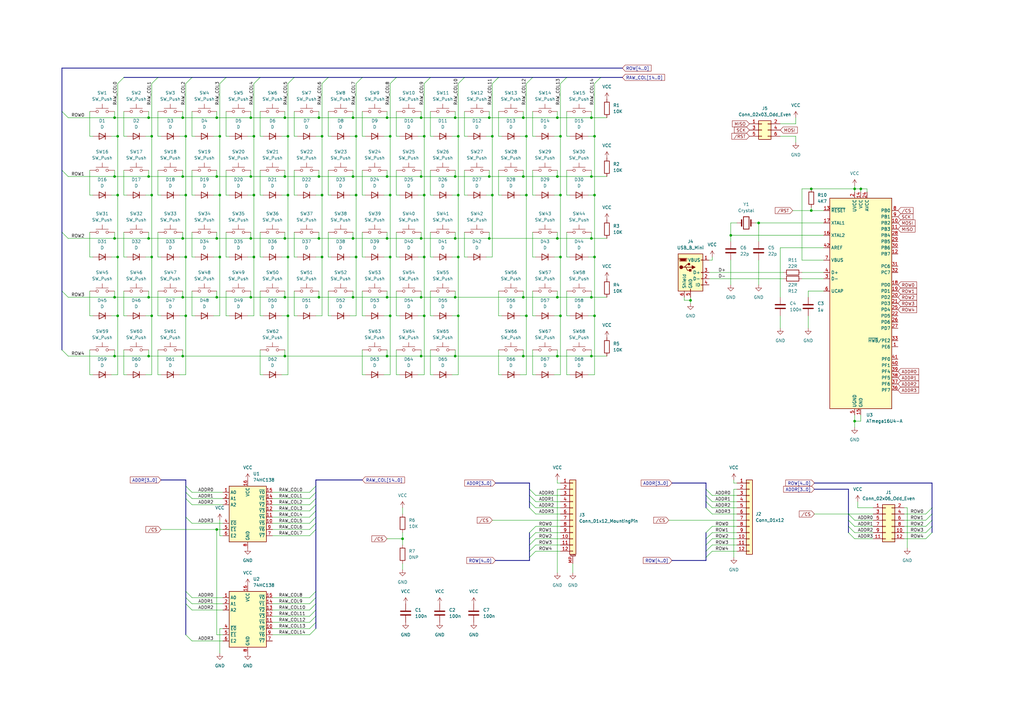
<source format=kicad_sch>
(kicad_sch (version 20231120) (generator "eeschema") (generator_version "8.0")
  (paper "A3")
  (title_block (title "Keyboard layout") (company "Aleksander Kamiński"))
  (junction (at 146.05 105.41))
  (junction (at 187.96 55.88))
  (junction (at 158.75 97.79))
  (junction (at 229.87 105.41))
  (junction (at 228.6 121.92))
  (junction (at 104.14 55.88))
  (junction (at 158.75 121.92))
  (junction (at 200.66 97.79))
  (junction (at 102.87 121.92))
  (junction (at 116.84 97.79))
  (junction (at 332.74 86.36))
  (junction (at 90.17 105.41))
  (junction (at 74.93 97.79))
  (junction (at 146.05 55.88))
  (junction (at 60.96 72.39))
  (junction (at 48.26 129.54))
  (junction (at 60.96 146.05))
  (junction (at 90.17 80.01))
  (junction (at 46.99 146.05))
  (junction (at 90.17 55.88))
  (junction (at 228.6 97.79))
  (junction (at 332.74 77.47))
  (junction (at 88.9 97.79))
  (junction (at 144.78 121.92))
  (junction (at 200.66 48.26))
  (junction (at 158.75 146.05))
  (junction (at 76.2 80.01))
  (junction (at 160.02 105.41))
  (junction (at 118.11 105.41))
  (junction (at 242.57 48.26))
  (junction (at 187.96 80.01))
  (junction (at 350.52 172.72))
  (junction (at 172.72 97.79))
  (junction (at 215.9 55.88))
  (junction (at 158.75 72.39))
  (junction (at 299.72 96.52))
  (junction (at 172.72 48.26))
  (junction (at 132.08 55.88))
  (junction (at 76.2 129.54))
  (junction (at 229.87 129.54))
  (junction (at 242.57 121.92))
  (junction (at 48.26 55.88))
  (junction (at 130.81 48.26))
  (junction (at 130.81 121.92))
  (junction (at 88.9 217.17))
  (junction (at 214.63 72.39))
  (junction (at 173.99 129.54))
  (junction (at 88.9 48.26))
  (junction (at 186.69 121.92))
  (junction (at 243.84 129.54))
  (junction (at 132.08 105.41))
  (junction (at 242.57 72.39))
  (junction (at 160.02 129.54))
  (junction (at 173.99 55.88))
  (junction (at 74.93 146.05))
  (junction (at 242.57 97.79))
  (junction (at 132.08 80.01))
  (junction (at 201.93 55.88))
  (junction (at 283.21 123.19))
  (junction (at 353.06 77.47))
  (junction (at 228.6 48.26))
  (junction (at 130.81 72.39))
  (junction (at 104.14 80.01))
  (junction (at 116.84 48.26))
  (junction (at 214.63 48.26))
  (junction (at 60.96 121.92))
  (junction (at 173.99 105.41))
  (junction (at 228.6 146.05))
  (junction (at 201.93 80.01))
  (junction (at 102.87 72.39))
  (junction (at 243.84 55.88))
  (junction (at 144.78 72.39))
  (junction (at 311.15 91.44))
  (junction (at 350.52 77.47))
  (junction (at 186.69 72.39))
  (junction (at 228.6 72.39))
  (junction (at 46.99 72.39))
  (junction (at 48.26 80.01))
  (junction (at 62.23 55.88))
  (junction (at 172.72 146.05))
  (junction (at 62.23 80.01))
  (junction (at 76.2 105.41))
  (junction (at 186.69 48.26))
  (junction (at 146.05 80.01))
  (junction (at 187.96 129.54))
  (junction (at 186.69 97.79))
  (junction (at 214.63 121.92))
  (junction (at 243.84 80.01))
  (junction (at 172.72 72.39))
  (junction (at 130.81 97.79))
  (junction (at 46.99 48.26))
  (junction (at 215.9 80.01))
  (junction (at 229.87 55.88))
  (junction (at 102.87 97.79))
  (junction (at 160.02 80.01))
  (junction (at 48.26 105.41))
  (junction (at 116.84 146.05))
  (junction (at 88.9 72.39))
  (junction (at 160.02 55.88))
  (junction (at 118.11 55.88))
  (junction (at 215.9 129.54))
  (junction (at 76.2 55.88))
  (junction (at 102.87 48.26))
  (junction (at 200.66 72.39))
  (junction (at 116.84 121.92))
  (junction (at 62.23 129.54))
  (junction (at 118.11 80.01))
  (junction (at 118.11 129.54))
  (junction (at 144.78 97.79))
  (junction (at 187.96 105.41))
  (junction (at 74.93 48.26))
  (junction (at 60.96 48.26))
  (junction (at 165.1 220.98))
  (junction (at 229.87 80.01))
  (junction (at 173.99 80.01))
  (junction (at 74.93 72.39))
  (junction (at 60.96 97.79))
  (junction (at 74.93 121.92))
  (junction (at 242.57 146.05))
  (junction (at 214.63 146.05))
  (junction (at 46.99 97.79))
  (junction (at 88.9 121.92))
  (junction (at 172.72 121.92))
  (junction (at 144.78 48.26))
  (junction (at 186.69 146.05))
  (junction (at 62.23 105.41))
  (junction (at 104.14 105.41))
  (junction (at 243.84 105.41))
  (junction (at 158.75 48.26))
  (junction (at 46.99 121.92))
  (junction (at 116.84 72.39))
  (bus_entry (at 48.26 34.29) (size 2.54 -2.54))
  (bus_entry (at 76.2 247.65) (size 2.54 2.54))
  (bus_entry (at 127 209.55) (size 2.54 -2.54))
  (bus_entry (at 217.17 200.66) (size 2.54 2.54))
  (bus_entry (at 118.11 34.29) (size 2.54 -2.54))
  (bus_entry (at 173.99 34.29) (size 2.54 -2.54))
  (bus_entry (at 217.17 220.98) (size 2.54 -2.54))
  (bus_entry (at 76.2 260.35) (size 2.54 2.54))
  (bus_entry (at 132.08 34.29) (size 2.54 -2.54))
  (bus_entry (at 127 207.01) (size 2.54 -2.54))
  (bus_entry (at 25.4 119.38) (size 2.54 2.54))
  (bus_entry (at 379.73 215.9) (size 2.54 -2.54))
  (bus_entry (at 229.87 34.29) (size 2.54 -2.54))
  (bus_entry (at 127 217.17) (size 2.54 -2.54))
  (bus_entry (at 215.9 34.29) (size 2.54 -2.54))
  (bus_entry (at 289.56 203.2) (size 2.54 2.54))
  (bus_entry (at 187.96 34.29) (size 2.54 -2.54))
  (bus_entry (at 76.2 204.47) (size 2.54 2.54))
  (bus_entry (at 347.98 213.36) (size 2.54 2.54))
  (bus_entry (at 25.4 143.51) (size 2.54 2.54))
  (bus_entry (at 289.56 220.98) (size 2.54 -2.54))
  (bus_entry (at 217.17 228.6) (size 2.54 -2.54))
  (bus_entry (at 76.2 199.39) (size 2.54 2.54))
  (bus_entry (at 127 204.47) (size 2.54 -2.54))
  (bus_entry (at 217.17 223.52) (size 2.54 -2.54))
  (bus_entry (at 25.4 45.72) (size 2.54 2.54))
  (bus_entry (at 25.4 69.85) (size 2.54 2.54))
  (bus_entry (at 201.93 34.29) (size 2.54 -2.54))
  (bus_entry (at 25.4 95.25) (size 2.54 2.54))
  (bus_entry (at 76.2 245.11) (size 2.54 2.54))
  (bus_entry (at 127 214.63) (size 2.54 -2.54))
  (bus_entry (at 347.98 210.82) (size 2.54 2.54))
  (bus_entry (at 289.56 208.28) (size 2.54 2.54))
  (bus_entry (at 127 219.71) (size 2.54 -2.54))
  (bus_entry (at 289.56 228.6) (size 2.54 -2.54))
  (bus_entry (at 289.56 218.44) (size 2.54 -2.54))
  (bus_entry (at 347.98 215.9) (size 2.54 2.54))
  (bus_entry (at 217.17 208.28) (size 2.54 2.54))
  (bus_entry (at 76.2 34.29) (size 2.54 -2.54))
  (bus_entry (at 127 257.81) (size 2.54 -2.54))
  (bus_entry (at 127 260.35) (size 2.54 -2.54))
  (bus_entry (at 127 212.09) (size 2.54 -2.54))
  (bus_entry (at 127 255.27) (size 2.54 -2.54))
  (bus_entry (at 289.56 200.66) (size 2.54 2.54))
  (bus_entry (at 379.73 210.82) (size 2.54 -2.54))
  (bus_entry (at 289.56 223.52) (size 2.54 -2.54))
  (bus_entry (at 127 250.19) (size 2.54 -2.54))
  (bus_entry (at 76.2 201.93) (size 2.54 2.54))
  (bus_entry (at 379.73 220.98) (size 2.54 -2.54))
  (bus_entry (at 243.84 34.29) (size 2.54 -2.54))
  (bus_entry (at 127 247.65) (size 2.54 -2.54))
  (bus_entry (at 76.2 212.09) (size 2.54 2.54))
  (bus_entry (at 90.17 34.29) (size 2.54 -2.54))
  (bus_entry (at 289.56 205.74) (size 2.54 2.54))
  (bus_entry (at 127 252.73) (size 2.54 -2.54))
  (bus_entry (at 217.17 205.74) (size 2.54 2.54))
  (bus_entry (at 379.73 218.44) (size 2.54 -2.54))
  (bus_entry (at 217.17 226.06) (size 2.54 -2.54))
  (bus_entry (at 127 201.93) (size 2.54 -2.54))
  (bus_entry (at 76.2 242.57) (size 2.54 2.54))
  (bus_entry (at 217.17 218.44) (size 2.54 -2.54))
  (bus_entry (at 217.17 203.2) (size 2.54 2.54))
  (bus_entry (at 347.98 218.44) (size 2.54 2.54))
  (bus_entry (at 160.02 34.29) (size 2.54 -2.54))
  (bus_entry (at 289.56 226.06) (size 2.54 -2.54))
  (bus_entry (at 127 245.11) (size 2.54 -2.54))
  (bus_entry (at 62.23 34.29) (size 2.54 -2.54))
  (bus_entry (at 379.73 213.36) (size 2.54 -2.54))
  (bus_entry (at 104.14 34.29) (size 2.54 -2.54))
  (bus_entry (at 146.05 34.29) (size 2.54 -2.54))
  (wire (pts (xy 218.44 143.51) (xy 218.44 153.67)))
  (wire (pts (xy 36.83 105.41) (xy 38.1 105.41)))
  (wire (pts (xy 88.9 217.17) (xy 91.44 217.17)))
  (wire (pts (xy 76.2 153.67) (xy 76.2 129.54)))
  (wire (pts (xy 165.1 208.28) (xy 165.1 210.82)))
  (wire (pts (xy 292.1 226.06) (xy 302.26 226.06)))
  (wire (pts (xy 299.72 96.52) (xy 337.82 96.52)))
  (wire (pts (xy 92.71 45.72) (xy 92.71 55.88)))
  (wire (pts (xy 171.45 153.67) (xy 173.99 153.67)))
  (wire (pts (xy 48.26 153.67) (xy 48.26 129.54)))
  (wire (pts (xy 228.6 121.92) (xy 242.57 121.92)))
  (wire (pts (xy 90.17 257.81) (xy 91.44 257.81)))
  (wire (pts (xy 227.33 55.88) (xy 229.87 55.88)))
  (wire (pts (xy 116.84 97.79) (xy 116.84 95.25)))
  (bus (pts (xy 148.59 31.75) (xy 162.56 31.75)))
  (wire (pts (xy 106.68 105.41) (xy 107.95 105.41)))
  (wire (pts (xy 78.74 105.41) (xy 80.01 105.41)))
  (wire (pts (xy 74.93 72.39) (xy 74.93 69.85)))
  (wire (pts (xy 232.41 95.25) (xy 232.41 105.41)))
  (wire (pts (xy 130.81 72.39) (xy 130.81 69.85)))
  (wire (pts (xy 62.23 129.54) (xy 62.23 105.41)))
  (bus (pts (xy 289.56 223.52) (xy 289.56 226.06)))
  (wire (pts (xy 158.75 97.79) (xy 172.72 97.79)))
  (wire (pts (xy 62.23 80.01) (xy 62.23 55.88)))
  (wire (pts (xy 172.72 121.92) (xy 172.72 119.38)))
  (wire (pts (xy 46.99 121.92) (xy 60.96 121.92)))
  (wire (pts (xy 116.84 48.26) (xy 130.81 48.26)))
  (wire (pts (xy 74.93 48.26) (xy 74.93 45.72)))
  (wire (pts (xy 160.02 34.29) (xy 160.02 55.88)))
  (bus (pts (xy 382.27 210.82) (xy 382.27 213.36)))
  (wire (pts (xy 106.68 95.25) (xy 106.68 105.41)))
  (wire (pts (xy 232.41 153.67) (xy 233.68 153.67)))
  (wire (pts (xy 144.78 48.26) (xy 158.75 48.26)))
  (wire (pts (xy 242.57 72.39) (xy 248.92 72.39)))
  (wire (pts (xy 351.79 208.28) (xy 351.79 205.74)))
  (bus (pts (xy 176.53 31.75) (xy 190.5 31.75)))
  (wire (pts (xy 78.74 55.88) (xy 80.01 55.88)))
  (bus (pts (xy 76.2 204.47) (xy 76.2 212.09)))
  (wire (pts (xy 78.74 214.63) (xy 91.44 214.63)))
  (wire (pts (xy 326.39 55.88) (xy 326.39 58.42)))
  (wire (pts (xy 176.53 153.67) (xy 177.8 153.67)))
  (wire (pts (xy 201.93 213.36) (xy 229.87 213.36)))
  (wire (pts (xy 350.52 77.47) (xy 332.74 77.47)))
  (wire (pts (xy 130.81 72.39) (xy 144.78 72.39)))
  (wire (pts (xy 292.1 223.52) (xy 302.26 223.52)))
  (wire (pts (xy 111.76 209.55) (xy 127 209.55)))
  (wire (pts (xy 200.66 48.26) (xy 214.63 48.26)))
  (wire (pts (xy 92.71 55.88) (xy 93.98 55.88)))
  (bus (pts (xy 217.17 218.44) (xy 217.17 220.98)))
  (wire (pts (xy 130.81 97.79) (xy 144.78 97.79)))
  (wire (pts (xy 146.05 105.41) (xy 146.05 129.54)))
  (wire (pts (xy 73.66 55.88) (xy 76.2 55.88)))
  (bus (pts (xy 218.44 31.75) (xy 232.41 31.75)))
  (wire (pts (xy 48.26 55.88) (xy 48.26 80.01)))
  (wire (pts (xy 228.6 146.05) (xy 228.6 143.51)))
  (wire (pts (xy 45.72 153.67) (xy 48.26 153.67)))
  (wire (pts (xy 173.99 34.29) (xy 173.99 55.88)))
  (wire (pts (xy 146.05 80.01) (xy 143.51 80.01)))
  (wire (pts (xy 106.68 45.72) (xy 106.68 55.88)))
  (wire (pts (xy 102.87 121.92) (xy 116.84 121.92)))
  (wire (pts (xy 73.66 153.67) (xy 76.2 153.67)))
  (wire (pts (xy 201.93 105.41) (xy 201.93 80.01)))
  (wire (pts (xy 27.94 48.26) (xy 46.99 48.26)))
  (wire (pts (xy 186.69 97.79) (xy 200.66 97.79)))
  (wire (pts (xy 172.72 146.05) (xy 172.72 143.51)))
  (wire (pts (xy 45.72 80.01) (xy 48.26 80.01)))
  (bus (pts (xy 217.17 226.06) (xy 217.17 228.6)))
  (wire (pts (xy 213.36 153.67) (xy 215.9 153.67)))
  (wire (pts (xy 158.75 48.26) (xy 172.72 48.26)))
  (wire (pts (xy 173.99 55.88) (xy 173.99 80.01)))
  (wire (pts (xy 290.83 114.3) (xy 321.31 114.3)))
  (wire (pts (xy 88.9 48.26) (xy 102.87 48.26)))
  (wire (pts (xy 332.74 77.47) (xy 328.93 77.47)))
  (wire (pts (xy 172.72 48.26) (xy 172.72 45.72)))
  (wire (pts (xy 134.62 105.41) (xy 135.89 105.41)))
  (wire (pts (xy 78.74 45.72) (xy 78.74 55.88)))
  (wire (pts (xy 134.62 95.25) (xy 134.62 105.41)))
  (wire (pts (xy 190.5 95.25) (xy 190.5 105.41)))
  (bus (pts (xy 382.27 213.36) (xy 382.27 215.9)))
  (wire (pts (xy 50.8 55.88) (xy 52.07 55.88)))
  (wire (pts (xy 146.05 55.88) (xy 146.05 80.01)))
  (wire (pts (xy 36.83 153.67) (xy 38.1 153.67)))
  (wire (pts (xy 146.05 34.29) (xy 146.05 55.88)))
  (wire (pts (xy 190.5 45.72) (xy 190.5 55.88)))
  (wire (pts (xy 132.08 80.01) (xy 132.08 105.41)))
  (wire (pts (xy 171.45 129.54) (xy 173.99 129.54)))
  (wire (pts (xy 328.93 111.76) (xy 337.82 111.76)))
  (wire (pts (xy 104.14 80.01) (xy 104.14 55.88)))
  (bus (pts (xy 289.56 203.2) (xy 289.56 205.74)))
  (wire (pts (xy 60.96 97.79) (xy 74.93 97.79)))
  (wire (pts (xy 302.26 200.66) (xy 300.99 200.66)))
  (wire (pts (xy 116.84 72.39) (xy 130.81 72.39)))
  (wire (pts (xy 134.62 119.38) (xy 134.62 129.54)))
  (wire (pts (xy 130.81 48.26) (xy 130.81 45.72)))
  (wire (pts (xy 36.83 69.85) (xy 36.83 80.01)))
  (bus (pts (xy 76.2 212.09) (xy 76.2 242.57)))
  (wire (pts (xy 228.6 121.92) (xy 228.6 119.38)))
  (wire (pts (xy 232.41 55.88) (xy 233.68 55.88)))
  (wire (pts (xy 116.84 146.05) (xy 158.75 146.05)))
  (bus (pts (xy 76.2 201.93) (xy 76.2 204.47)))
  (wire (pts (xy 62.23 105.41) (xy 62.23 80.01)))
  (wire (pts (xy 59.69 153.67) (xy 62.23 153.67)))
  (wire (pts (xy 173.99 105.41) (xy 173.99 80.01)))
  (wire (pts (xy 111.76 252.73) (xy 127 252.73)))
  (wire (pts (xy 187.96 129.54) (xy 185.42 129.54)))
  (wire (pts (xy 76.2 129.54) (xy 76.2 105.41)))
  (wire (pts (xy 186.69 146.05) (xy 186.69 143.51)))
  (bus (pts (xy 382.27 198.12) (xy 382.27 208.28)))
  (bus (pts (xy 129.54 209.55) (xy 129.54 207.01)))
  (wire (pts (xy 328.93 106.68) (xy 337.82 106.68)))
  (wire (pts (xy 46.99 72.39) (xy 60.96 72.39)))
  (wire (pts (xy 353.06 172.72) (xy 350.52 172.72)))
  (bus (pts (xy 129.54 250.19) (xy 129.54 247.65)))
  (wire (pts (xy 144.78 48.26) (xy 144.78 45.72)))
  (wire (pts (xy 76.2 55.88) (xy 76.2 80.01)))
  (wire (pts (xy 173.99 80.01) (xy 171.45 80.01)))
  (wire (pts (xy 102.87 97.79) (xy 116.84 97.79)))
  (wire (pts (xy 350.52 213.36) (xy 358.14 213.36)))
  (wire (pts (xy 76.2 80.01) (xy 73.66 80.01)))
  (wire (pts (xy 158.75 146.05) (xy 172.72 146.05)))
  (wire (pts (xy 116.84 146.05) (xy 116.84 143.51)))
  (wire (pts (xy 200.66 72.39) (xy 214.63 72.39)))
  (wire (pts (xy 27.94 121.92) (xy 46.99 121.92)))
  (wire (pts (xy 218.44 80.01) (xy 219.71 80.01)))
  (wire (pts (xy 50.8 69.85) (xy 50.8 80.01)))
  (wire (pts (xy 162.56 143.51) (xy 162.56 153.67)))
  (wire (pts (xy 102.87 72.39) (xy 116.84 72.39)))
  (wire (pts (xy 160.02 105.41) (xy 157.48 105.41)))
  (bus (pts (xy 275.59 198.12) (xy 289.56 198.12)))
  (wire (pts (xy 328.93 77.47) (xy 328.93 106.68)))
  (bus (pts (xy 382.27 208.28) (xy 382.27 210.82)))
  (wire (pts (xy 228.6 146.05) (xy 242.57 146.05)))
  (wire (pts (xy 218.44 95.25) (xy 218.44 105.41)))
  (wire (pts (xy 228.6 97.79) (xy 242.57 97.79)))
  (wire (pts (xy 219.71 203.2) (xy 229.87 203.2)))
  (wire (pts (xy 90.17 129.54) (xy 90.17 105.41)))
  (wire (pts (xy 134.62 129.54) (xy 135.89 129.54)))
  (wire (pts (xy 88.9 72.39) (xy 102.87 72.39)))
  (wire (pts (xy 64.77 129.54) (xy 66.04 129.54)))
  (wire (pts (xy 228.6 200.66) (xy 228.6 234.95)))
  (wire (pts (xy 104.14 55.88) (xy 101.6 55.88)))
  (wire (pts (xy 187.96 55.88) (xy 185.42 55.88)))
  (wire (pts (xy 176.53 45.72) (xy 176.53 55.88)))
  (wire (pts (xy 60.96 72.39) (xy 60.96 69.85)))
  (wire (pts (xy 204.47 143.51) (xy 204.47 153.67)))
  (wire (pts (xy 78.74 207.01) (xy 91.44 207.01)))
  (bus (pts (xy 129.54 207.01) (xy 129.54 204.47)))
  (bus (pts (xy 347.98 210.82) (xy 347.98 213.36)))
  (wire (pts (xy 36.83 119.38) (xy 36.83 129.54)))
  (wire (pts (xy 146.05 80.01) (xy 146.05 105.41)))
  (bus (pts (xy 217.17 203.2) (xy 217.17 205.74)))
  (wire (pts (xy 92.71 105.41) (xy 93.98 105.41)))
  (wire (pts (xy 74.93 146.05) (xy 116.84 146.05)))
  (wire (pts (xy 199.39 105.41) (xy 201.93 105.41)))
  (bus (pts (xy 129.54 212.09) (xy 129.54 209.55)))
  (wire (pts (xy 88.9 121.92) (xy 88.9 119.38)))
  (wire (pts (xy 218.44 105.41) (xy 219.71 105.41)))
  (wire (pts (xy 158.75 72.39) (xy 158.75 69.85)))
  (wire (pts (xy 185.42 153.67) (xy 187.96 153.67)))
  (wire (pts (xy 162.56 105.41) (xy 163.83 105.41)))
  (wire (pts (xy 134.62 45.72) (xy 134.62 55.88)))
  (wire (pts (xy 242.57 121.92) (xy 248.92 121.92)))
  (wire (pts (xy 144.78 72.39) (xy 144.78 69.85)))
  (bus (pts (xy 217.17 228.6) (xy 217.17 229.87)))
  (wire (pts (xy 64.77 143.51) (xy 64.77 153.67)))
  (bus (pts (xy 289.56 218.44) (xy 289.56 220.98)))
  (wire (pts (xy 118.11 80.01) (xy 118.11 55.88)))
  (wire (pts (xy 229.87 34.29) (xy 229.87 55.88)))
  (wire (pts (xy 218.44 55.88) (xy 219.71 55.88)))
  (wire (pts (xy 228.6 48.26) (xy 242.57 48.26)))
  (wire (pts (xy 219.71 205.74) (xy 229.87 205.74)))
  (wire (pts (xy 172.72 48.26) (xy 186.69 48.26)))
  (wire (pts (xy 214.63 121.92) (xy 228.6 121.92)))
  (wire (pts (xy 162.56 95.25) (xy 162.56 105.41)))
  (wire (pts (xy 46.99 48.26) (xy 60.96 48.26)))
  (wire (pts (xy 200.66 48.26) (xy 200.66 45.72)))
  (wire (pts (xy 78.74 80.01) (xy 80.01 80.01)))
  (wire (pts (xy 162.56 55.88) (xy 163.83 55.88)))
  (wire (pts (xy 283.21 123.19) (xy 283.21 124.46)))
  (wire (pts (xy 370.84 213.36) (xy 379.73 213.36)))
  (wire (pts (xy 36.83 143.51) (xy 36.83 153.67)))
  (wire (pts (xy 204.47 80.01) (xy 205.74 80.01)))
  (wire (pts (xy 200.66 97.79) (xy 228.6 97.79)))
  (wire (pts (xy 215.9 55.88) (xy 215.9 80.01)))
  (wire (pts (xy 106.68 153.67) (xy 107.95 153.67)))
  (wire (pts (xy 130.81 97.79) (xy 130.81 95.25)))
  (wire (pts (xy 228.6 72.39) (xy 228.6 69.85)))
  (wire (pts (xy 300.99 198.12) (xy 300.99 196.85)))
  (wire (pts (xy 62.23 55.88) (xy 59.69 55.88)))
  (bus (pts (xy 76.2 242.57) (xy 76.2 245.11)))
  (wire (pts (xy 118.11 129.54) (xy 115.57 129.54)))
  (wire (pts (xy 120.65 105.41) (xy 121.92 105.41)))
  (wire (pts (xy 158.75 220.98) (xy 165.1 220.98)))
  (wire (pts (xy 132.08 129.54) (xy 129.54 129.54)))
  (wire (pts (xy 214.63 146.05) (xy 228.6 146.05)))
  (wire (pts (xy 64.77 55.88) (xy 66.04 55.88)))
  (wire (pts (xy 148.59 95.25) (xy 148.59 105.41)))
  (bus (pts (xy 217.17 223.52) (xy 217.17 226.06)))
  (wire (pts (xy 229.87 129.54) (xy 229.87 153.67)))
  (wire (pts (xy 229.87 198.12) (xy 228.6 198.12)))
  (wire (pts (xy 162.56 45.72) (xy 162.56 55.88)))
  (bus (pts (xy 76.2 247.65) (xy 76.2 260.35)))
  (wire (pts (xy 78.74 201.93) (xy 91.44 201.93)))
  (wire (pts (xy 162.56 119.38) (xy 162.56 129.54)))
  (wire (pts (xy 134.62 69.85) (xy 134.62 80.01)))
  (wire (pts (xy 118.11 55.88) (xy 115.57 55.88)))
  (wire (pts (xy 232.41 80.01) (xy 233.68 80.01)))
  (wire (pts (xy 302.26 198.12) (xy 300.99 198.12)))
  (bus (pts (xy 347.98 200.66) (xy 347.98 210.82)))
  (wire (pts (xy 176.53 69.85) (xy 176.53 80.01)))
  (wire (pts (xy 215.9 80.01) (xy 213.36 80.01)))
  (wire (pts (xy 45.72 105.41) (xy 48.26 105.41)))
  (bus (pts (xy 204.47 31.75) (xy 218.44 31.75)))
  (wire (pts (xy 162.56 69.85) (xy 162.56 80.01)))
  (wire (pts (xy 292.1 203.2) (xy 302.26 203.2)))
  (wire (pts (xy 283.21 123.19) (xy 280.67 123.19)))
  (wire (pts (xy 173.99 153.67) (xy 173.99 129.54)))
  (wire (pts (xy 213.36 55.88) (xy 215.9 55.88)))
  (wire (pts (xy 46.99 146.05) (xy 60.96 146.05)))
  (wire (pts (xy 218.44 119.38) (xy 218.44 129.54)))
  (bus (pts (xy 129.54 204.47) (xy 129.54 201.93)))
  (wire (pts (xy 90.17 219.71) (xy 90.17 213.36)))
  (wire (pts (xy 290.83 111.76) (xy 321.31 111.76)))
  (wire (pts (xy 219.71 218.44) (xy 229.87 218.44)))
  (bus (pts (xy 129.54 247.65) (xy 129.54 245.11)))
  (wire (pts (xy 243.84 55.88) (xy 243.84 80.01)))
  (wire (pts (xy 46.99 119.38) (xy 46.99 121.92)))
  (wire (pts (xy 229.87 153.67) (xy 227.33 153.67)))
  (wire (pts (xy 218.44 129.54) (xy 219.71 129.54)))
  (wire (pts (xy 243.84 34.29) (xy 243.84 55.88)))
  (wire (pts (xy 111.76 250.19) (xy 127 250.19)))
  (wire (pts (xy 353.06 77.47) (xy 355.6 77.47)))
  (wire (pts (xy 78.74 129.54) (xy 80.01 129.54)))
  (wire (pts (xy 350.52 172.72) (xy 350.52 175.26)))
  (wire (pts (xy 92.71 119.38) (xy 92.71 129.54)))
  (wire (pts (xy 92.71 129.54) (xy 93.98 129.54)))
  (wire (pts (xy 120.65 119.38) (xy 120.65 129.54)))
  (bus (pts (xy 217.17 205.74) (xy 217.17 208.28)))
  (wire (pts (xy 60.96 146.05) (xy 60.96 143.51)))
  (wire (pts (xy 111.76 201.93) (xy 127 201.93)))
  (bus (pts (xy 334.01 198.12) (xy 382.27 198.12)))
  (bus (pts (xy 289.56 200.66) (xy 289.56 203.2)))
  (wire (pts (xy 300.99 200.66) (xy 300.99 228.6)))
  (wire (pts (xy 111.76 217.17) (xy 127 217.17)))
  (wire (pts (xy 215.9 129.54) (xy 213.36 129.54)))
  (wire (pts (xy 60.96 48.26) (xy 74.93 48.26)))
  (wire (pts (xy 299.72 96.52) (xy 299.72 91.44)))
  (wire (pts (xy 172.72 146.05) (xy 186.69 146.05)))
  (wire (pts (xy 187.96 80.01) (xy 187.96 55.88)))
  (bus (pts (xy 50.8 31.75) (xy 64.77 31.75)))
  (wire (pts (xy 36.83 55.88) (xy 38.1 55.88)))
  (wire (pts (xy 78.74 250.19) (xy 91.44 250.19)))
  (wire (pts (xy 204.47 55.88) (xy 205.74 55.88)))
  (wire (pts (xy 118.11 153.67) (xy 118.11 129.54)))
  (wire (pts (xy 353.06 170.18) (xy 353.06 172.72)))
  (wire (pts (xy 91.44 260.35) (xy 88.9 260.35)))
  (wire (pts (xy 350.52 218.44) (xy 358.14 218.44)))
  (wire (pts (xy 36.83 95.25) (xy 36.83 105.41)))
  (wire (pts (xy 148.59 55.88) (xy 149.86 55.88)))
  (wire (pts (xy 219.71 215.9) (xy 229.87 215.9)))
  (wire (pts (xy 187.96 105.41) (xy 187.96 80.01)))
  (wire (pts (xy 90.17 34.29) (xy 90.17 55.88)))
  (wire (pts (xy 350.52 77.47) (xy 350.52 78.74)))
  (wire (pts (xy 88.9 121.92) (xy 102.87 121.92)))
  (wire (pts (xy 165.1 220.98) (xy 165.1 218.44)))
  (wire (pts (xy 332.74 86.36) (xy 325.12 86.36)))
  (wire (pts (xy 242.57 121.92) (xy 242.57 119.38)))
  (bus (pts (xy 255.27 27.94) (xy 25.4 27.94)))
  (wire (pts (xy 204.47 129.54) (xy 205.74 129.54)))
  (wire (pts (xy 242.57 146.05) (xy 248.92 146.05)))
  (wire (pts (xy 116.84 48.26) (xy 116.84 45.72)))
  (wire (pts (xy 176.53 95.25) (xy 176.53 105.41)))
  (wire (pts (xy 187.96 105.41) (xy 185.42 105.41)))
  (wire (pts (xy 116.84 72.39) (xy 116.84 69.85)))
  (wire (pts (xy 76.2 80.01) (xy 76.2 105.41)))
  (wire (pts (xy 190.5 55.88) (xy 191.77 55.88)))
  (wire (pts (xy 106.68 80.01) (xy 107.95 80.01)))
  (wire (pts (xy 144.78 97.79) (xy 158.75 97.79)))
  (wire (pts (xy 46.99 97.79) (xy 60.96 97.79)))
  (wire (pts (xy 104.14 105.41) (xy 104.14 80.01)))
  (bus (pts (xy 25.4 119.38) (xy 25.4 143.51)))
  (wire (pts (xy 78.74 262.89) (xy 91.44 262.89)))
  (bus (pts (xy 347.98 215.9) (xy 347.98 218.44)))
  (bus (pts (xy 76.2 196.85) (xy 76.2 199.39)))
  (wire (pts (xy 160.02 129.54) (xy 160.02 105.41)))
  (wire (pts (xy 350.52 170.18) (xy 350.52 172.72)))
  (wire (pts (xy 158.75 146.05) (xy 158.75 143.51)))
  (wire (pts (xy 60.96 146.05) (xy 74.93 146.05)))
  (wire (pts (xy 87.63 129.54) (xy 90.17 129.54)))
  (wire (pts (xy 160.02 80.01) (xy 157.48 80.01)))
  (wire (pts (xy 172.72 121.92) (xy 186.69 121.92)))
  (wire (pts (xy 214.63 146.05) (xy 214.63 143.51)))
  (wire (pts (xy 299.72 91.44) (xy 302.26 91.44)))
  (bus (pts (xy 289.56 205.74) (xy 289.56 208.28)))
  (wire (pts (xy 62.23 34.29) (xy 62.23 55.88)))
  (wire (pts (xy 144.78 121.92) (xy 158.75 121.92)))
  (wire (pts (xy 190.5 80.01) (xy 191.77 80.01)))
  (wire (pts (xy 144.78 121.92) (xy 144.78 119.38)))
  (wire (pts (xy 187.96 34.29) (xy 187.96 55.88)))
  (wire (pts (xy 332.74 85.09) (xy 332.74 86.36)))
  (wire (pts (xy 120.65 80.01) (xy 121.92 80.01)))
  (wire (pts (xy 232.41 105.41) (xy 233.68 105.41)))
  (wire (pts (xy 160.02 80.01) (xy 160.02 55.88)))
  (wire (pts (xy 241.3 80.01) (xy 243.84 80.01)))
  (wire (pts (xy 186.69 72.39) (xy 200.66 72.39)))
  (wire (pts (xy 76.2 105.41) (xy 73.66 105.41)))
  (wire (pts (xy 118.11 129.54) (xy 118.11 105.41)))
  (wire (pts (xy 370.84 220.98) (xy 379.73 220.98)))
  (wire (pts (xy 243.84 129.54) (xy 241.3 129.54)))
  (wire (pts (xy 62.23 105.41) (xy 59.69 105.41)))
  (wire (pts (xy 176.53 105.41) (xy 177.8 105.41)))
  (wire (pts (xy 115.57 153.67) (xy 118.11 153.67)))
  (bus (pts (xy 162.56 31.75) (xy 176.53 31.75)))
  (wire (pts (xy 176.53 80.01) (xy 177.8 80.01)))
  (bus (pts (xy 129.54 199.39) (xy 129.54 196.85)))
  (bus (pts (xy 203.2 198.12) (xy 217.17 198.12)))
  (wire (pts (xy 64.77 153.67) (xy 66.04 153.67)))
  (wire (pts (xy 118.11 105.41) (xy 118.11 80.01)))
  (wire (pts (xy 331.47 129.54) (xy 331.47 134.62)))
  (wire (pts (xy 130.81 121.92) (xy 130.81 119.38)))
  (wire (pts (xy 111.76 257.81) (xy 127 257.81)))
  (wire (pts (xy 148.59 129.54) (xy 149.86 129.54)))
  (wire (pts (xy 172.72 72.39) (xy 172.72 69.85)))
  (wire (pts (xy 280.67 123.19) (xy 280.67 121.92)))
  (wire (pts (xy 242.57 48.26) (xy 242.57 45.72)))
  (wire (pts (xy 232.41 129.54) (xy 233.68 129.54)))
  (bus (pts (xy 129.54 214.63) (xy 129.54 212.09)))
  (wire (pts (xy 120.65 69.85) (xy 120.65 80.01)))
  (wire (pts (xy 50.8 45.72) (xy 50.8 55.88)))
  (wire (pts (xy 176.53 119.38) (xy 176.53 129.54)))
  (wire (pts (xy 337.82 119.38) (xy 331.47 119.38)))
  (wire (pts (xy 78.74 119.38) (xy 78.74 129.54)))
  (wire (pts (xy 158.75 72.39) (xy 172.72 72.39)))
  (wire (pts (xy 73.66 129.54) (xy 76.2 129.54)))
  (wire (pts (xy 102.87 121.92) (xy 102.87 119.38)))
  (wire (pts (xy 337.82 101.6) (xy 320.04 101.6)))
  (wire (pts (xy 162.56 129.54) (xy 163.83 129.54)))
  (wire (pts (xy 160.02 153.67) (xy 160.02 129.54)))
  (bus (pts (xy 129.54 255.27) (xy 129.54 252.73)))
  (wire (pts (xy 101.6 80.01) (xy 104.14 80.01)))
  (wire (pts (xy 91.44 219.71) (xy 90.17 219.71)))
  (wire (pts (xy 243.84 80.01) (xy 243.84 105.41)))
  (wire (pts (xy 337.82 86.36) (xy 332.74 86.36)))
  (bus (pts (xy 334.01 200.66) (xy 347.98 200.66)))
  (wire (pts (xy 92.71 95.25) (xy 92.71 105.41)))
  (bus (pts (xy 203.2 229.87) (xy 217.17 229.87)))
  (bus (pts (xy 134.62 31.75) (xy 148.59 31.75)))
  (wire (pts (xy 292.1 205.74) (xy 302.26 205.74)))
  (wire (pts (xy 132.08 105.41) (xy 129.54 105.41)))
  (wire (pts (xy 134.62 80.01) (xy 135.89 80.01)))
  (wire (pts (xy 190.5 105.41) (xy 191.77 105.41)))
  (wire (pts (xy 228.6 97.79) (xy 228.6 95.25)))
  (bus (pts (xy 25.4 45.72) (xy 25.4 69.85)))
  (wire (pts (xy 60.96 97.79) (xy 60.96 95.25)))
  (wire (pts (xy 132.08 105.41) (xy 132.08 129.54)))
  (bus (pts (xy 76.2 199.39) (xy 76.2 201.93)))
  (wire (pts (xy 186.69 121.92) (xy 186.69 119.38)))
  (wire (pts (xy 48.26 80.01) (xy 48.26 105.41)))
  (bus (pts (xy 25.4 95.25) (xy 25.4 119.38)))
  (wire (pts (xy 187.96 129.54) (xy 187.96 105.41)))
  (bus (pts (xy 92.71 31.75) (xy 106.68 31.75)))
  (wire (pts (xy 290.83 106.68) (xy 292.1 106.68)))
  (wire (pts (xy 120.65 129.54) (xy 121.92 129.54)))
  (wire (pts (xy 60.96 48.26) (xy 60.96 45.72)))
  (wire (pts (xy 219.71 210.82) (xy 229.87 210.82)))
  (wire (pts (xy 106.68 143.51) (xy 106.68 153.67)))
  (wire (pts (xy 27.94 146.05) (xy 46.99 146.05)))
  (wire (pts (xy 186.69 48.26) (xy 200.66 48.26)))
  (wire (pts (xy 76.2 34.29) (xy 76.2 55.88)))
  (wire (pts (xy 102.87 48.26) (xy 116.84 48.26)))
  (wire (pts (xy 229.87 80.01) (xy 229.87 105.41)))
  (wire (pts (xy 130.81 48.26) (xy 144.78 48.26)))
  (wire (pts (xy 320.04 55.88) (xy 326.39 55.88)))
  (wire (pts (xy 132.08 80.01) (xy 129.54 80.01)))
  (wire (pts (xy 60.96 121.92) (xy 74.93 121.92)))
  (wire (pts (xy 46.99 45.72) (xy 46.99 48.26)))
  (wire (pts (xy 326.39 50.8) (xy 326.39 48.26)))
  (wire (pts (xy 320.04 129.54) (xy 320.04 134.62)))
  (wire (pts (xy 74.93 72.39) (xy 88.9 72.39)))
  (wire (pts (xy 201.93 34.29) (xy 201.93 55.88)))
  (bus (pts (xy 25.4 69.85) (xy 25.4 95.25)))
  (wire (pts (xy 160.02 55.88) (xy 157.48 55.88)))
  (wire (pts (xy 229.87 105.41) (xy 229.87 129.54)))
  (wire (pts (xy 88.9 97.79) (xy 102.87 97.79)))
  (wire (pts (xy 328.93 114.3) (xy 337.82 114.3)))
  (wire (pts (xy 36.83 80.01) (xy 38.1 80.01)))
  (wire (pts (xy 90.17 80.01) (xy 90.17 55.88)))
  (wire (pts (xy 62.23 80.01) (xy 59.69 80.01)))
  (wire (pts (xy 104.14 129.54) (xy 104.14 105.41)))
  (wire (pts (xy 214.63 72.39) (xy 228.6 72.39)))
  (wire (pts (xy 311.15 91.44) (xy 311.15 99.06)))
  (wire (pts (xy 358.14 208.28) (xy 351.79 208.28)))
  (wire (pts (xy 134.62 55.88) (xy 135.89 55.88)))
  (wire (pts (xy 111.76 214.63) (xy 127 214.63)))
  (wire (pts (xy 66.04 217.17) (xy 88.9 217.17)))
  (wire (pts (xy 88.9 48.26) (xy 88.9 45.72)))
  (wire (pts (xy 50.8 119.38) (xy 50.8 129.54)))
  (bus (pts (xy 289.56 220.98) (xy 289.56 223.52)))
  (wire (pts (xy 292.1 208.28) (xy 302.26 208.28)))
  (wire (pts (xy 50.8 153.67) (xy 52.07 153.67)))
  (wire (pts (xy 78.74 69.85) (xy 78.74 80.01)))
  (wire (pts (xy 355.6 77.47) (xy 355.6 78.74)))
  (wire (pts (xy 74.93 97.79) (xy 88.9 97.79)))
  (wire (pts (xy 146.05 129.54) (xy 143.51 129.54)))
  (bus (pts (xy 217.17 200.66) (xy 217.17 203.2)))
  (wire (pts (xy 215.9 153.67) (xy 215.9 129.54)))
  (wire (pts (xy 176.53 143.51) (xy 176.53 153.67)))
  (wire (pts (xy 347.98 210.82) (xy 358.14 210.82)))
  (wire (pts (xy 370.84 210.82) (xy 379.73 210.82)))
  (wire (pts (xy 165.1 231.14) (xy 165.1 233.68)))
  (bus (pts (xy 129.54 196.85) (xy 148.59 196.85)))
  (wire (pts (xy 218.44 153.67) (xy 219.71 153.67)))
  (wire (pts (xy 62.23 129.54) (xy 59.69 129.54)))
  (bus (pts (xy 129.54 252.73) (xy 129.54 250.19)))
  (wire (pts (xy 219.71 208.28) (xy 229.87 208.28)))
  (wire (pts (xy 350.52 76.2) (xy 350.52 77.47)))
  (wire (pts (xy 46.99 95.25) (xy 46.99 97.79)))
  (wire (pts (xy 90.17 80.01) (xy 87.63 80.01)))
  (wire (pts (xy 186.69 48.26) (xy 186.69 45.72)))
  (wire (pts (xy 48.26 129.54) (xy 48.26 105.41)))
  (bus (pts (xy 78.74 31.75) (xy 92.71 31.75)))
  (wire (pts (xy 186.69 97.79) (xy 186.69 95.25)))
  (wire (pts (xy 64.77 69.85) (xy 64.77 80.01)))
  (wire (pts (xy 228.6 72.39) (xy 242.57 72.39)))
  (wire (pts (xy 242.57 72.39) (xy 242.57 69.85)))
  (bus (pts (xy 120.65 31.75) (xy 134.62 31.75)))
  (bus (pts (xy 289.56 226.06) (xy 289.56 228.6)))
  (bus (pts (xy 66.04 196.85) (xy 76.2 196.85)))
  (wire (pts (xy 274.32 213.36) (xy 302.26 213.36)))
  (bus (pts (xy 217.17 198.12) (xy 217.17 200.66)))
  (wire (pts (xy 311.15 106.68) (xy 311.15 116.84)))
  (wire (pts (xy 148.59 119.38) (xy 148.59 129.54)))
  (wire (pts (xy 50.8 80.01) (xy 52.07 80.01)))
  (wire (pts (xy 144.78 72.39) (xy 158.75 72.39)))
  (wire (pts (xy 106.68 69.85) (xy 106.68 80.01)))
  (wire (pts (xy 186.69 121.92) (xy 214.63 121.92)))
  (wire (pts (xy 204.47 69.85) (xy 204.47 80.01)))
  (wire (pts (xy 292.1 220.98) (xy 302.26 220.98)))
  (wire (pts (xy 172.72 97.79) (xy 172.72 95.25)))
  (wire (pts (xy 299.72 96.52) (xy 299.72 99.06)))
  (wire (pts (xy 158.75 48.26) (xy 158.75 45.72)))
  (wire (pts (xy 292.1 218.44) (xy 302.26 218.44)))
  (wire (pts (xy 143.51 55.88) (xy 146.05 55.88)))
  (wire (pts (xy 232.41 119.38) (xy 232.41 129.54)))
  (wire (pts (xy 214.63 48.26) (xy 228.6 48.26)))
  (wire (pts (xy 74.93 48.26) (xy 88.9 48.26)))
  (bus (pts (xy 347.98 213.36) (xy 347.98 215.9)))
  (wire (pts (xy 242.57 97.79) (xy 248.92 97.79)))
  (bus (pts (xy 129.54 242.57) (xy 129.54 217.17)))
  (wire (pts (xy 219.71 220.98) (xy 229.87 220.98)))
  (wire (pts (xy 200.66 97.79) (xy 200.66 95.25)))
  (wire (pts (xy 187.96 80.01) (xy 185.42 80.01)))
  (wire (pts (xy 283.21 121.92) (xy 283.21 123.19)))
  (wire (pts (xy 320.04 50.8) (xy 326.39 50.8)))
  (wire (pts (xy 229.87 105.41) (xy 227.33 105.41)))
  (wire (pts (xy 229.87 129.54) (xy 227.33 129.54)))
  (wire (pts (xy 148.59 143.51) (xy 148.59 153.67)))
  (wire (pts (xy 60.96 121.92) (xy 60.96 119.38)))
  (wire (pts (xy 106.68 55.88) (xy 107.95 55.88)))
  (wire (pts (xy 214.63 72.39) (xy 214.63 69.85)))
  (wire (pts (xy 162.56 153.67) (xy 163.83 153.67)))
  (wire (pts (xy 204.47 119.38) (xy 204.47 129.54)))
  (bus (pts (xy 217.17 220.98) (xy 217.17 223.52)))
  (wire (pts (xy 201.93 55.88) (xy 201.93 80.01)))
  (wire (pts (xy 62.23 153.67) (xy 62.23 129.54)))
  (wire (pts (xy 27.94 97.79) (xy 46.99 97.79)))
  (wire (pts (xy 120.65 95.25) (xy 120.65 105.41)))
  (wire (pts (xy 45.72 129.54) (xy 48.26 129.54)))
  (wire (pts (xy 148.59 45.72) (xy 148.59 55.88)))
  (wire (pts (xy 219.71 226.06) (xy 229.87 226.06)))
  (bus (pts (xy 382.27 215.9) (xy 382.27 218.44)))
  (wire (pts (xy 106.68 119.38) (xy 106.68 129.54)))
  (wire (pts (xy 111.76 212.09) (xy 127 212.09)))
  (wire (pts (xy 60.96 72.39) (xy 74.93 72.39)))
  (wire (pts (xy 199.39 55.88) (xy 201.93 55.88)))
  (wire (pts (xy 187.96 153.67) (xy 187.96 129.54)))
  (wire (pts (xy 111.76 247.65) (xy 127 247.65)))
  (wire (pts (xy 78.74 95.25) (xy 78.74 105.41)))
  (wire (pts (xy 88.9 97.79) (xy 88.9 95.25)))
  (wire (pts (xy 64.77 119.38) (xy 64.77 129.54)))
  (wire (pts (xy 186.69 72.39) (xy 186.69 69.85)))
  (wire (pts (xy 101.6 105.41) (xy 104.14 105.41)))
  (wire (pts (xy 243.84 153.67) (xy 243.84 129.54)))
  (wire (pts (xy 64.77 45.72) (xy 64.77 55.88)))
  (wire (pts (xy 232.41 69.85) (xy 232.41 80.01)))
  (wire (pts (xy 111.76 204.47) (xy 127 204.47)))
  (wire (pts (xy 242.57 146.05) (xy 242.57 143.51)))
  (wire (pts (xy 214.63 121.92) (xy 214.63 119.38)))
  (wire (pts (xy 92.71 69.85) (xy 92.71 80.01)))
  (wire (pts (xy 48.26 55.88) (xy 45.72 55.88)))
  (wire (pts (xy 130.81 121.92) (xy 144.78 121.92)))
  (wire (pts (xy 74.93 121.92) (xy 88.9 121.92)))
  (wire (pts (xy 129.54 55.88) (xy 132.08 55.88)))
  (wire (pts (xy 232.41 45.72) (xy 232.41 55.88)))
  (wire (pts (xy 370.84 208.28) (xy 372.11 208.28)))
  (bus (pts (xy 246.38 31.75) (xy 255.27 31.75)))
  (wire (pts (xy 132.08 55.88) (xy 132.08 80.01)))
  (bus (pts (xy 25.4 27.94) (xy 25.4 45.72)))
  (wire (pts (xy 158.75 97.79) (xy 158.75 95.25)))
  (wire (pts (xy 36.83 45.72) (xy 36.83 55.88)))
  (wire (pts (xy 214.63 48.26) (xy 214.63 45.72)))
  (wire (pts (xy 372.11 208.28) (xy 372.11 224.79)))
  (wire (pts (xy 111.76 260.35) (xy 127 260.35)))
  (wire (pts (xy 162.56 80.01) (xy 163.83 80.01)))
  (bus (pts (xy 190.5 31.75) (xy 204.47 31.75)))
  (wire (pts (xy 171.45 55.88) (xy 173.99 55.88)))
  (wire (pts (xy 309.88 91.44) (xy 311.15 91.44)))
  (wire (pts (xy 241.3 55.88) (xy 243.84 55.88)))
  (wire (pts (xy 64.77 80.01) (xy 66.04 80.01)))
  (wire (pts (xy 88.9 217.17) (xy 88.9 260.35)))
  (wire (pts (xy 120.65 45.72) (xy 120.65 55.88)))
  (wire (pts (xy 48.26 34.29) (xy 48.26 55.88)))
  (wire (pts (xy 229.87 200.66) (xy 228.6 200.66)))
  (wire (pts (xy 350.52 220.98) (xy 358.14 220.98)))
  (wire (pts (xy 320.04 101.6) (xy 320.04 121.92)))
  (wire (pts (xy 74.93 121.92) (xy 74.93 119.38)))
  (wire (pts (xy 215.9 129.54) (xy 215.9 80.01)))
  (wire (pts (xy 64.77 95.25) (xy 64.77 105.41)))
  (wire (pts (xy 176.53 55.88) (xy 177.8 55.88)))
  (wire (pts (xy 118.11 80.01) (xy 115.57 80.01)))
  (wire (pts (xy 350.52 77.47) (xy 353.06 77.47)))
  (wire (pts (xy 102.87 97.79) (xy 102.87 95.25)))
  (wire (pts (xy 102.87 48.26) (xy 102.87 45.72)))
  (wire (pts (xy 176.53 129.54) (xy 177.8 129.54)))
  (wire (pts (xy 64.77 105.41) (xy 66.04 105.41)))
  (wire (pts (xy 116.84 97.79) (xy 130.81 97.79)))
  (wire (pts (xy 50.8 95.25) (xy 50.8 105.41)))
  (bus (pts (xy 275.59 229.87) (xy 289.56 229.87)))
  (wire (pts (xy 148.59 153.67) (xy 149.86 153.67)))
  (wire (pts (xy 171.45 105.41) (xy 173.99 105.41)))
  (bus (pts (xy 64.77 31.75) (xy 78.74 31.75)))
  (wire (pts (xy 350.52 215.9) (xy 358.14 215.9)))
  (wire (pts (xy 104.14 34.29) (xy 104.14 55.88)))
  (wire (pts (xy 215.9 34.29) (xy 215.9 55.88)))
  (wire (pts (xy 92.71 80.01) (xy 93.98 80.01)))
  (wire (pts (xy 132.08 34.29) (xy 132.08 55.88)))
  (wire (pts (xy 111.76 219.71) (xy 127 219.71)))
  (wire (pts (xy 173.99 129.54) (xy 173.99 105.41)))
  (bus (pts (xy 129.54 217.17) (xy 129.54 214.63)))
  (wire (pts (xy 165.1 220.98) (xy 165.1 223.52)))
  (wire (pts (xy 118.11 34.29) (xy 118.11 55.88)))
  (wire (pts (xy 232.41 143.51) (xy 232.41 153.67)))
  (wire (pts (xy 111.76 207.01) (xy 127 207.01)))
  (wire (pts (xy 241.3 105.41) (xy 243.84 105.41)))
  (bus (pts (xy 129.54 245.11) (xy 129.54 242.57)))
  (wire (pts (xy 148.59 80.01) (xy 149.86 80.01)))
  (wire (pts (xy 90.17 267.97) (xy 90.17 257.81)))
  (wire (pts (xy 186.69 146.05) (xy 214.63 146.05)))
  (wire (pts (xy 74.93 97.79) (xy 74.93 95.25)))
  (wire (pts (xy 160.02 129.54) (xy 157.48 129.54)))
  (wire (pts (xy 229.87 55.88) (xy 229.87 80.01)))
  (wire (pts (xy 78.74 247.65) (xy 91.44 247.65)))
  (wire (pts (xy 292.1 210.82) (xy 302.26 210.82)))
  (wire (pts (xy 353.06 77.47) (xy 353.06 78.74)))
  (bus (pts (xy 232.41 31.75) (xy 246.38 31.75)))
  (wire (pts (xy 148.59 105.41) (xy 149.86 105.41)))
  (wire (pts (xy 160.02 105.41) (xy 160.02 80.01)))
  (wire (pts (xy 90.17 105.41) (xy 87.63 105.41)))
  (wire (pts (xy 157.48 153.67) (xy 160.02 153.67)))
  (wire (pts (xy 218.44 45.72) (xy 218.44 55.88)))
  (wire (pts (xy 200.66 72.39) (xy 200.66 69.85)))
  (bus (pts (xy 76.2 245.11) (xy 76.2 247.65)))
  (wire (pts (xy 146.05 105.41) (xy 143.51 105.41)))
  (wire (pts (xy 190.5 69.85) (xy 190.5 80.01)))
  (wire (pts (xy 116.84 121.92) (xy 116.84 119.38)))
  (wire (pts (xy 242.57 48.26) (xy 248.92 48.26)))
  (wire (pts (xy 241.3 153.67) (xy 243.84 153.67)))
  (wire (pts (xy 299.72 106.68) (xy 299.72 116.84)))
  (wire (pts (xy 234.95 231.14) (xy 234.95 234.95)))
  (bus (pts (xy 106.68 31.75) (xy 120.65 31.75)))
  (wire (pts (xy 229.87 80.01) (xy 227.33 80.01)))
  (wire (pts (xy 78.74 204.47) (xy 91.44 204.47)))
  (wire (pts (xy 228.6 198.12) (xy 228.6 196.85)))
  (wire (pts (xy 334.01 210.82) (xy 347.98 210.82)))
  (wire (pts (xy 111.76 255.27) (xy 127 255.27)))
  (bus (pts (xy 289.56 198.12) (xy 289.56 200.66)))
  (wire (pts (xy 331.47 119.38) (xy 331.47 121.92)))
  (wire (pts (xy 219.71 223.52) (xy 229.87 223.52)))
  (wire (pts (xy 101.6 129.54) (xy 104.14 129.54)))
  (wire (pts (xy 243.84 105.41) (xy 243.84 129.54)))
  (wire (pts (xy 50.8 143.51) (xy 50.8 153.67)))
  (wire (pts (xy 120.65 55.88) (xy 121.92 55.88)))
  (wire (pts (xy 370.84 215.9) (xy 379.73 215.9)))
  (wire (pts (xy 27.94 72.39) (xy 46.99 72.39)))
  (wire (pts (xy 204.47 45.72) (xy 204.47 55.88)))
  (bus (pts (xy 129.54 257.81) (xy 129.54 255.27)))
  (wire (pts (xy 292.1 106.68) (xy 292.1 105.41)))
  (wire (pts (xy 201.93 80.01) (xy 199.39 80.01)))
  (wire (pts (xy 116.84 121.92) (xy 130.81 121.92)))
  (wire (pts (xy 106.68 129.54) (xy 107.95 129.54)))
  (wire (pts (xy 46.99 69.85) (xy 46.99 72.39)))
  (wire (pts (xy 311.15 91.44) (xy 337.82 91.44)))
  (wire (pts (xy 370.84 218.44) (xy 379.73 218.44)))
  (wire (pts (xy 144.78 97.79) (xy 144.78 95.25)))
  (wire (pts (xy 90.17 55.88) (xy 87.63 55.88)))
  (wire (pts (xy 228.6 48.26) (xy 228.6 45.72)))
  (wire (pts (xy 292.1 215.9) (xy 302.26 215.9)))
  (wire (pts (xy 36.83 129.54) (xy 38.1 129.54)))
  (wire (pts (xy 111.76 245.11) (xy 127 245.11)))
  (wire (pts (xy 74.93 146.05) (xy 74.93 143.51)))
  (wire (pts (xy 50.8 105.41) (xy 52.07 105.41)))
  (wire (pts (xy 46.99 143.51) (xy 46.99 146.05)))
  (wire (pts (xy 148.59 69.85) (xy 148.59 80.01)))
  (wire (pts (xy 118.11 105.41) (xy 115.57 105.41)))
  (wire (pts (xy 102.87 72.39) (xy 102.87 69.85)))
  (wire (pts (xy 158.75 121.92) (xy 172.72 121.92)))
  (wire (pts (xy 88.9 72.39) (xy 88.9 69.85)))
  (wire (pts (xy 204.47 153.67) (xy 205.74 153.67)))
  (wire (pts (xy 50.8 129.54) (xy 52.07 129.54)))
  (wire (pts (xy 90.17 105.41) (xy 90.17 80.01)))
  (wire (pts (xy 242.57 97.79) (xy 242.57 95.25)))
  (wire (pts (xy 78.74 245.11) (xy 91.44 245.11)))
  (bus (pts (xy 129.54 201.93) (xy 129.54 199.39)))
  (wire (pts (xy 172.72 72.39) (xy 186.69 72.39)))
  (wire (pts (xy 158.75 121.92) (xy 158.75 119.38)))
  (bus (pts (xy 289.56 228.6) (xy 289.56 229.87)))
  (wire (pts (xy 172.72 97.79) (xy 186.69 97.79)))
  (wire (pts (xy 218.44 69.85) (xy 218.44 80.01)))
  (label "D-" (at 294.64 114.3 0))
  (label "RAW_COL11" (at 114.3 252.73 0))
  (label "ADDR0" (at 293.37 203.2 0))
  (label "ADDR1" (at 351.79 215.9 0))
  (label "ADDR0" (at 220.98 203.2 0))
  (label "RAW_COL1" (at 114.3 204.47 0))
  (label "ROW2" (at 293.37 220.98 0))
  (label "ADDR3" (at 220.98 210.82 0))
  (label "ADDR2" (at 293.37 208.28 0))
  (label "ADDR1" (at 81.28 247.65 0))
  (label "ROW0" (at 373.38 210.82 0))
  (label "ADDR3" (at 351.79 220.98 0))
  (label "RAW_COL14" (at 114.3 260.35 0))
  (label "ROW4" (at 373.38 220.98 0))
  (label "RAW_COL13" (at 229.87 43.18 90))
  (label "RAW_COL9" (at 114.3 247.65 0))
  (label "ADDR3" (at 293.37 210.82 0))
  (label "ROW0" (at 293.37 215.9 0))
  (label "ROW1" (at 29.21 72.39 0))
  (label "RAW_COL12" (at 114.3 255.27 0))
  (label "RAW_COL14" (at 243.84 43.18 90))
  (label "ADDR3" (at 81.28 214.63 0))
  (label "ROW1" (at 220.98 218.44 0))
  (label "ADDR0" (at 81.28 201.93 0))
  (label "RAW_COL5" (at 118.11 43.18 90))
  (label "D+" (at 294.64 111.76 0))
  (label "ROW4" (at 29.21 146.05 0))
  (label "ROW3" (at 29.21 121.92 0))
  (label "ADDR1" (at 293.37 205.74 0))
  (label "RAW_COL3" (at 90.17 43.18 90))
  (label "ROW1" (at 293.37 218.44 0))
  (label "ADDR2" (at 220.98 208.28 0))
  (label "ADDR2" (at 81.28 207.01 0))
  (label "ADDR2" (at 81.28 250.19 0))
  (label "ROW2" (at 29.21 97.79 0))
  (label "ROW3" (at 293.37 223.52 0))
  (label "RAW_COL7" (at 146.05 43.18 90))
  (label "RAW_COL3" (at 114.3 209.55 0))
  (label "ROW0" (at 29.21 48.26 0))
  (label "ROW2" (at 373.38 215.9 0))
  (label "ROW3" (at 220.98 223.52 0))
  (label "RAW_COL13" (at 114.3 257.81 0))
  (label "RAW_COL7" (at 114.3 219.71 0))
  (label "ADDR1" (at 81.28 204.47 0))
  (label "ADDR0" (at 81.28 245.11 0))
  (label "ROW2" (at 220.98 220.98 0))
  (label "RAW_COL4" (at 114.3 212.09 0))
  (label "ADDR1" (at 220.98 205.74 0))
  (label "ROW4" (at 293.37 226.06 0))
  (label "RAW_COL10" (at 187.96 43.18 90))
  (label "ROW4" (at 220.98 226.06 0))
  (label "RAW_COL10" (at 114.3 250.19 0))
  (label "RAW_COL2" (at 114.3 207.01 0))
  (label "RAW_COL0" (at 114.3 201.93 0))
  (label "RAW_COL9" (at 173.99 43.18 90))
  (label "RAW_COL5" (at 114.3 214.63 0))
  (label "ADDR3" (at 81.28 262.89 0))
  (label "RAW_COL8" (at 160.02 43.18 90))
  (label "ROW0" (at 220.98 215.9 0))
  (label "RAW_COL6" (at 132.08 43.18 90))
  (label "RAW_COL8" (at 114.3 245.11 0))
  (label "RAW_COL2" (at 76.2 43.18 90))
  (label "ROW1" (at 373.38 213.36 0))
  (label "RAW_COL0" (at 48.26 43.18 90))
  (label "RAW_COL1" (at 62.23 43.18 90))
  (label "ADDR0" (at 351.79 213.36 0))
  (label "RAW_COL11" (at 201.93 43.18 90))
  (label "ROW3" (at 373.38 218.44 0))
  (label "RAW_COL6" (at 114.3 217.17 0))
  (label "RAW_COL12" (at 215.9 43.18 90))
  (label "RAW_COL4" (at 104.14 43.18 90))
  (label "ADDR2" (at 351.79 218.44 0))
  (global_label "ROW[4..0]" (shape input) (at 203.2 229.87 180) (property "Intersheetrefs" "${INTERSHEET_REFS}" (effects (hide yes))))
  (global_label "MOSI" (shape input) (at 368.3 91.44 0) (property "Intersheetrefs" "${INTERSHEET_REFS}" (effects (hide yes))))
  (global_label "ADDR[3..0]" (shape input) (at 203.2 198.12 180) (property "Intersheetrefs" "${INTERSHEET_REFS}" (effects (hide yes))))
  (global_label "{slash}RST" (shape input) (at 307.34 55.88 180) (property "Intersheetrefs" "${INTERSHEET_REFS}" (effects (hide yes))))
  (global_label "ADDR[3..0]" (shape input) (at 275.59 198.12 180) (property "Intersheetrefs" "${INTERSHEET_REFS}" (effects (hide yes))))
  (global_label "{slash}CS" (shape input) (at 66.04 217.17 180) (property "Intersheetrefs" "${INTERSHEET_REFS}" (effects (hide yes))))
  (global_label "{slash}CS" (shape input) (at 274.32 213.36 180) (property "Intersheetrefs" "${INTERSHEET_REFS}" (effects (hide yes))))
  (global_label "{slash}CS" (shape input) (at 334.01 210.82 180) (property "Intersheetrefs" "${INTERSHEET_REFS}" (effects (hide yes))))
  (global_label "ADDR0" (shape input) (at 368.3 152.4 0) (property "Intersheetrefs" "${INTERSHEET_REFS}" (effects (hide yes))))
  (global_label "ROW[4..0]" (shape input) (at 275.59 229.87 180) (property "Intersheetrefs" "${INTERSHEET_REFS}" (effects (hide yes))))
  (global_label "MISO" (shape input) (at 368.3 93.98 0) (property "Intersheetrefs" "${INTERSHEET_REFS}" (effects (hide yes))))
  (global_label "ADDR3" (shape input) (at 368.3 160.02 0) (property "Intersheetrefs" "${INTERSHEET_REFS}" (effects (hide yes))))
  (global_label "ROW[4..0]" (shape input) (at 255.27 27.94 0) (property "Intersheetrefs" "${INTERSHEET_REFS}" (effects (hide yes))))
  (global_label "ADDR1" (shape input) (at 368.3 154.94 0) (property "Intersheetrefs" "${INTERSHEET_REFS}" (effects (hide yes))))
  (global_label "SCK" (shape input) (at 368.3 88.9 0) (property "Intersheetrefs" "${INTERSHEET_REFS}" (effects (hide yes))))
  (global_label "{slash}RST" (shape input) (at 325.12 86.36 180) (property "Intersheetrefs" "${INTERSHEET_REFS}" (effects (hide yes))))
  (global_label "ROW0" (shape input) (at 368.3 116.84 0) (property "Intersheetrefs" "${INTERSHEET_REFS}" (effects (hide yes))))
  (global_label "{slash}CS" (shape input) (at 201.93 213.36 180) (property "Intersheetrefs" "${INTERSHEET_REFS}" (effects (hide yes))))
  (global_label "RAW_COL[14..0]" (shape input) (at 148.59 196.85 0) (property "Intersheetrefs" "${INTERSHEET_REFS}" (effects (hide yes))))
  (global_label "ROW4" (shape input) (at 368.3 127 0) (property "Intersheetrefs" "${INTERSHEET_REFS}" (effects (hide yes))))
  (global_label "MISO" (shape input) (at 307.34 50.8 180) (property "Intersheetrefs" "${INTERSHEET_REFS}" (effects (hide yes))))
  (global_label "ROW3" (shape input) (at 368.3 124.46 0) (property "Intersheetrefs" "${INTERSHEET_REFS}" (effects (hide yes))))
  (global_label "ROW1" (shape input) (at 368.3 119.38 0) (property "Intersheetrefs" "${INTERSHEET_REFS}" (effects (hide yes))))
  (global_label "ADDR2" (shape input) (at 368.3 157.48 0) (property "Intersheetrefs" "${INTERSHEET_REFS}" (effects (hide yes))))
  (global_label "{slash}CS" (shape input) (at 158.75 220.98 180) (property "Intersheetrefs" "${INTERSHEET_REFS}" (effects (hide yes))))
  (global_label "SCK" (shape input) (at 307.34 53.34 180) (property "Intersheetrefs" "${INTERSHEET_REFS}" (effects (hide yes))))
  (global_label "ADDR[3..0]" (shape input) (at 66.04 196.85 180) (property "Intersheetrefs" "${INTERSHEET_REFS}" (effects (hide yes))))
  (global_label "{slash}CS" (shape input) (at 368.3 86.36 0) (property "Intersheetrefs" "${INTERSHEET_REFS}" (effects (hide yes))))
  (global_label "ROW2" (shape input) (at 368.3 121.92 0) (property "Intersheetrefs" "${INTERSHEET_REFS}" (effects (hide yes))))
  (global_label "ADDR[3..0]" (shape input) (at 334.01 200.66 180) (property "Intersheetrefs" "${INTERSHEET_REFS}" (effects (hide yes))))
  (global_label "MOSI" (shape input) (at 320.04 53.34 0) (property "Intersheetrefs" "${INTERSHEET_REFS}" (effects (hide yes))))
  (global_label "ROW[4..0]" (shape input) (at 334.01 198.12 180) (property "Intersheetrefs" "${INTERSHEET_REFS}" (effects (hide yes))))
  (global_label "RAW_COL[14..0]" (shape input) (at 255.27 31.75 0) (property "Intersheetrefs" "${INTERSHEET_REFS}" (effects (hide yes))))
  (symbol (lib_id "power:VCC") (at 351.79 205.74 0) (unit 1)
    (property "Reference" "#PWR017" (effects (hide yes)))
    (property "Value" "VCC" (at 351.79 200.66 0))
  )
  (symbol (lib_id "Switch:SW_Push") (at 167.64 95.25 0) (unit 1)
    (property "Reference" "SW40" (at 167.64 87.63 0))
    (property "Value" "SW_Push" (at 167.64 90.17 0))
    (property "Footprint" "PCM_Switch_Keyboard_Cherry_MX:SW_Cherry_MX_PCB_1.00u" (effects (hide yes)))
  )
  (symbol (lib_id "Switch:SW_Push") (at 223.52 69.85 0) (unit 1)
    (property "Reference" "SW29" (at 223.52 62.23 0))
    (property "Value" "SW_Push" (at 223.52 64.77 0))
    (property "Footprint" "PCM_Switch_Keyboard_Cherry_MX:SW_Cherry_MX_PCB_1.75u" (effects (hide yes)))
  )
  (symbol (lib_id "Device:D") (at 209.55 80.01 180) (unit 1)
    (property "Reference" "D28" (at 209.55 73.66 0))
    (property "Value" "D" (at 209.55 76.2 0))
    (property "Footprint" "Diode_SMD:D_MiniMELF_Handsoldering" (effects (hide yes)))
    (property "Sim.Device" "D" (effects (hide yes)))
    (property "Sim.Pins" "1=K 2=A" (effects (hide yes)))
  )
  (symbol (lib_id "Switch:SW_Push") (at 55.88 119.38 0) (unit 1)
    (property "Reference" "SW46" (at 55.88 111.76 0))
    (property "Value" "SW_Push" (at 55.88 114.3 0))
    (property "Footprint" "PCM_Switch_Keyboard_Cherry_MX:SW_Cherry_MX_PCB_1.00u" (effects (hide yes)))
  )
  (symbol (lib_id "power:VCC") (at 248.92 90.17 0) (unit 1)
    (property "Reference" "#PWR07" (effects (hide yes)))
    (property "Value" "VCC" (at 248.92 85.09 0))
  )
  (symbol (lib_id "Switch:SW_Push") (at 125.73 69.85 0) (unit 1)
    (property "Reference" "SW22" (at 125.73 62.23 0))
    (property "Value" "SW_Push" (at 125.73 64.77 0))
    (property "Footprint" "PCM_Switch_Keyboard_Cherry_MX:SW_Cherry_MX_PCB_1.00u" (effects (hide yes)))
  )
  (symbol (lib_id "Switch:SW_Push") (at 55.88 95.25 0) (unit 1)
    (property "Reference" "SW32" (at 55.88 87.63 0))
    (property "Value" "SW_Push" (at 55.88 90.17 0))
    (property "Footprint" "PCM_Switch_Keyboard_Cherry_MX:SW_Cherry_MX_PCB_1.00u" (effects (hide yes)))
  )
  (symbol (lib_id "Connector_Generic:Conn_02x03_Odd_Even") (at 312.42 53.34 0) (unit 1)
    (property "Reference" "J5" (at 313.69 44.45 0))
    (property "Value" "Conn_02x03_Odd_Even" (at 313.69 46.99 0))
    (property "Footprint" "Connector_PinHeader_2.54mm:PinHeader_2x03_P2.54mm_Vertical" (effects (hide yes)))
  )
  (symbol (lib_id "Switch:SW_Push") (at 195.58 95.25 0) (unit 1)
    (property "Reference" "SW42" (at 195.58 87.63 0))
    (property "Value" "SW_Push" (at 195.58 90.17 0))
    (property "Footprint" "PCM_Switch_Keyboard_Cherry_MX:SW_Cherry_MX_PCB_1.00u" (effects (hide yes)))
  )
  (symbol (lib_id "Device:D") (at 209.55 55.88 180) (unit 1)
    (property "Reference" "D13" (at 209.55 49.53 0))
    (property "Value" "D" (at 209.55 52.07 0))
    (property "Footprint" "Diode_SMD:D_MiniMELF_Handsoldering" (effects (hide yes)))
    (property "Sim.Device" "D" (effects (hide yes)))
    (property "Sim.Pins" "1=K 2=A" (effects (hide yes)))
  )
  (symbol (lib_id "Device:D") (at 139.7 55.88 180) (unit 1)
    (property "Reference" "D8" (at 139.7 49.53 0))
    (property "Value" "D" (at 139.7 52.07 0))
    (property "Footprint" "Diode_SMD:D_MiniMELF_Handsoldering" (effects (hide yes)))
    (property "Sim.Device" "D" (effects (hide yes)))
    (property "Sim.Pins" "1=K 2=A" (effects (hide yes)))
  )
  (symbol (lib_id "Device:D") (at 223.52 105.41 180) (unit 1)
    (property "Reference" "D43" (at 223.52 99.06 0))
    (property "Value" "D" (at 223.52 101.6 0))
    (property "Footprint" "Diode_SMD:D_MiniMELF_Handsoldering" (effects (hide yes)))
    (property "Sim.Device" "D" (effects (hide yes)))
    (property "Sim.Pins" "1=K 2=A" (effects (hide yes)))
  )
  (symbol (lib_id "Switch:SW_Push") (at 125.73 119.38 0) (unit 1)
    (property "Reference" "SW51" (at 125.73 111.76 0))
    (property "Value" "SW_Push" (at 125.73 114.3 0))
    (property "Footprint" "PCM_Switch_Keyboard_Cherry_MX:SW_Cherry_MX_PCB_1.00u" (effects (hide yes)))
  )
  (symbol (lib_id "Device:R") (at 325.12 111.76 90) (unit 1)
    (property "Reference" "R11" (at 325.12 106.68 90))
    (property "Value" "22R" (at 325.12 109.22 90))
    (property "Footprint" "Resistor_SMD:R_0805_2012Metric_Pad1.20x1.40mm_HandSolder" (effects (hide yes)))
  )
  (symbol (lib_id "Device:D") (at 195.58 80.01 180) (unit 1)
    (property "Reference" "D27" (at 195.58 73.66 0))
    (property "Value" "D" (at 195.58 76.2 0))
    (property "Footprint" "Diode_SMD:D_MiniMELF_Handsoldering" (effects (hide yes)))
    (property "Sim.Device" "D" (effects (hide yes)))
    (property "Sim.Pins" "1=K 2=A" (effects (hide yes)))
  )
  (symbol (lib_id "Connector_Generic:Conn_01x12") (at 307.34 210.82 0) (unit 1)
    (property "Reference" "J2" (at 309.88 210.82 0) (effects (justify left)))
    (property "Value" "Conn_01x12" (at 309.88 213.36 0) (effects (justify left)))
    (property "Footprint" "Connector_PinSocket_2.54mm:PinSocket_1x12_P2.54mm_Vertical" (effects (hide yes)))
  )
  (symbol (lib_id "Device:R") (at 248.92 68.58 0) (unit 1)
    (property "Reference" "R2" (at 251.46 67.31 0) (effects (justify left)))
    (property "Value" "10K" (at 251.46 69.85 0) (effects (justify left)))
    (property "Footprint" "Resistor_SMD:R_0805_2012Metric_Pad1.20x1.40mm_HandSolder" (effects (hide yes)))
  )
  (symbol (lib_id "Device:R") (at 165.1 214.63 0) (unit 1)
    (property "Reference" "R6" (at 167.64 213.36 0) (effects (justify left)))
    (property "Value" "10K" (at 167.64 215.9 0) (effects (justify left)))
    (property "Footprint" "Resistor_SMD:R_0805_2012Metric_Pad1.20x1.40mm_HandSolder" (effects (hide yes)))
  )
  (symbol (lib_id "Switch:SW_Push") (at 41.91 143.51 0) (unit 1)
    (property "Reference" "SW59" (at 41.91 135.89 0))
    (property "Value" "SW_Push" (at 41.91 138.43 0))
    (property "Footprint" "PCM_Switch_Keyboard_Cherry_MX:SW_Cherry_MX_PCB_1.25u" (effects (hide yes)))
  )
  (symbol (lib_id "Device:D") (at 111.76 153.67 180) (unit 1)
    (property "Reference" "D62" (at 111.76 147.32 0))
    (property "Value" "D" (at 111.76 149.86 0))
    (property "Footprint" "Diode_SMD:D_MiniMELF_Handsoldering" (effects (hide yes)))
    (property "Sim.Device" "D" (effects (hide yes)))
    (property "Sim.Pins" "1=K 2=A" (effects (hide yes)))
  )
  (symbol (lib_id "power:GND") (at 228.6 234.95 0) (unit 1)
    (property "Reference" "#PWR015" (effects (hide yes)))
    (property "Value" "GND" (at 228.6 240.03 0))
  )
  (symbol (lib_id "power:VCC") (at 292.1 105.41 0) (unit 1)
    (property "Reference" "#PWR024" (effects (hide yes)))
    (property "Value" "VCC" (at 292.1 100.33 0))
  )
  (symbol (lib_id "Device:D") (at 223.52 153.67 180) (unit 1)
    (property "Reference" "D67" (at 223.52 147.32 0))
    (property "Value" "D" (at 223.52 149.86 0))
    (property "Footprint" "Diode_SMD:D_MiniMELF_Handsoldering" (effects (hide yes)))
    (property "Sim.Device" "D" (effects (hide yes)))
    (property "Sim.Pins" "1=K 2=A" (effects (hide yes)))
  )
  (symbol (lib_id "Device:D") (at 125.73 105.41 180) (unit 1)
    (property "Reference" "D37" (at 125.73 99.06 0))
    (property "Value" "D" (at 125.73 101.6 0))
    (property "Footprint" "Diode_SMD:D_MiniMELF_Handsoldering" (effects (hide yes)))
    (property "Sim.Device" "D" (effects (hide yes)))
    (property "Sim.Pins" "1=K 2=A" (effects (hide yes)))
  )
  (symbol (lib_id "Switch:SW_Push") (at 69.85 95.25 0) (unit 1)
    (property "Reference" "SW33" (at 69.85 87.63 0))
    (property "Value" "SW_Push" (at 69.85 90.17 0))
    (property "Footprint" "PCM_Switch_Keyboard_Cherry_MX:SW_Cherry_MX_PCB_1.00u" (effects (hide yes)))
  )
  (symbol (lib_id "Device:D") (at 83.82 105.41 180) (unit 1)
    (property "Reference" "D34" (at 83.82 99.06 0))
    (property "Value" "D" (at 83.82 101.6 0))
    (property "Footprint" "Diode_SMD:D_MiniMELF_Handsoldering" (effects (hide yes)))
    (property "Sim.Device" "D" (effects (hide yes)))
    (property "Sim.Pins" "1=K 2=A" (effects (hide yes)))
  )
  (symbol (lib_id "Switch:SW_Push") (at 97.79 45.72 0) (unit 1)
    (property "Reference" "SW5" (at 97.79 38.1 0))
    (property "Value" "SW_Push" (at 97.79 40.64 0))
    (property "Footprint" "PCM_Switch_Keyboard_Cherry_MX:SW_Cherry_MX_PCB_1.00u" (effects (hide yes)))
  )
  (symbol (lib_id "Switch:SW_Push") (at 111.76 119.38 0) (unit 1)
    (property "Reference" "SW50" (at 111.76 111.76 0))
    (property "Value" "SW_Push" (at 111.76 114.3 0))
    (property "Footprint" "PCM_Switch_Keyboard_Cherry_MX:SW_Cherry_MX_PCB_1.00u" (effects (hide yes)))
  )
  (symbol (lib_id "Device:D") (at 97.79 80.01 180) (unit 1)
    (property "Reference" "D20" (at 97.79 73.66 0))
    (property "Value" "D" (at 97.79 76.2 0))
    (property "Footprint" "Diode_SMD:D_MiniMELF_Handsoldering" (effects (hide yes)))
    (property "Sim.Device" "D" (effects (hide yes)))
    (property "Sim.Pins" "1=K 2=A" (effects (hide yes)))
  )
  (symbol (lib_id "Switch:SW_Push") (at 181.61 143.51 0) (unit 1)
    (property "Reference" "SW65" (at 181.61 135.89 0))
    (property "Value" "SW_Push" (at 181.61 138.43 0))
    (property "Footprint" "PCM_Switch_Keyboard_Cherry_MX:SW_Cherry_MX_PCB_1.00u" (effects (hide yes)))
  )
  (symbol (lib_id "Device:R") (at 165.1 227.33 0) (unit 1)
    (property "Reference" "R7" (at 167.64 226.06 0) (effects (justify left)))
    (property "Value" "DNP" (at 167.64 228.6 0) (effects (justify left)))
    (property "Footprint" "Resistor_SMD:R_0805_2012Metric_Pad1.20x1.40mm_HandSolder" (effects (hide yes)))
  )
  (symbol (lib_id "Device:R") (at 325.12 114.3 270) (unit 1)
    (property "Reference" "R12" (at 325.12 119.38 90))
    (property "Value" "22R" (at 325.12 116.84 90))
    (property "Footprint" "Resistor_SMD:R_0805_2012Metric_Pad1.20x1.40mm_HandSolder" (effects (hide yes)))
  )
  (symbol (lib_id "Device:D") (at 97.79 55.88 180) (unit 1)
    (property "Reference" "D5" (at 97.79 49.53 0))
    (property "Value" "D" (at 97.79 52.07 0))
    (property "Footprint" "Diode_SMD:D_MiniMELF_Handsoldering" (effects (hide yes)))
    (property "Sim.Device" "D" (effects (hide yes)))
    (property "Sim.Pins" "1=K 2=A" (effects (hide yes)))
  )
  (symbol (lib_id "Device:D") (at 125.73 80.01 180) (unit 1)
    (property "Reference" "D22" (at 125.73 73.66 0))
    (property "Value" "D" (at 125.73 76.2 0))
    (property "Footprint" "Diode_SMD:D_MiniMELF_Handsoldering" (effects (hide yes)))
    (property "Sim.Device" "D" (effects (hide yes)))
    (property "Sim.Pins" "1=K 2=A" (effects (hide yes)))
  )
  (symbol (lib_id "Switch:SW_Push") (at 181.61 119.38 0) (unit 1)
    (property "Reference" "SW55" (at 181.61 111.76 0))
    (property "Value" "SW_Push" (at 181.61 114.3 0))
    (property "Footprint" "PCM_Switch_Keyboard_Cherry_MX:SW_Cherry_MX_PCB_1.00u" (effects (hide yes)))
  )
  (symbol (lib_id "Device:D") (at 237.49 153.67 180) (unit 1)
    (property "Reference" "D68" (at 237.49 147.32 0))
    (property "Value" "D" (at 237.49 149.86 0))
    (property "Footprint" "Diode_SMD:D_MiniMELF_Handsoldering" (effects (hide yes)))
    (property "Sim.Device" "D" (effects (hide yes)))
    (property "Sim.Pins" "1=K 2=A" (effects (hide yes)))
  )
  (symbol (lib_id "Device:D") (at 139.7 129.54 180) (unit 1)
    (property "Reference" "D52" (at 139.7 123.19 0))
    (property "Value" "D" (at 139.7 125.73 0))
    (property "Footprint" "Diode_SMD:D_MiniMELF_Handsoldering" (effects (hide yes)))
    (property "Sim.Device" "D" (effects (hide yes)))
    (property "Sim.Pins" "1=K 2=A" (effects (hide yes)))
  )
  (symbol (lib_id "Switch:SW_Push") (at 223.52 95.25 0) (unit 1)
    (property "Reference" "SW43" (at 223.52 87.63 0))
    (property "Value" "SW_Push" (at 223.52 90.17 0))
    (property "Footprint" "PCM_Switch_Keyboard_Cherry_MX:SW_Cherry_MX_PCB_2.50u" (effects (hide yes)))
  )
  (symbol (lib_id "Switch:SW_Push") (at 97.79 69.85 0) (unit 1)
    (property "Reference" "SW20" (at 97.79 62.23 0))
    (property "Value" "SW_Push" (at 97.79 64.77 0))
    (property "Footprint" "PCM_Switch_Keyboard_Cherry_MX:SW_Cherry_MX_PCB_1.00u" (effects (hide yes)))
  )
  (symbol (lib_id "power:VCC") (at 194.31 247.65 0) (unit 1)
    (property "Reference" "#PWR035" (effects (hide yes)))
    (property "Value" "VCC" (at 194.31 242.57 0))
  )
  (symbol (lib_id "Device:D") (at 69.85 153.67 180) (unit 1)
    (property "Reference" "D61" (at 69.85 147.32 0))
    (property "Value" "D" (at 69.85 149.86 0))
    (property "Footprint" "Diode_SMD:D_MiniMELF_Handsoldering" (effects (hide yes)))
    (property "Sim.Device" "D" (effects (hide yes)))
    (property "Sim.Pins" "1=K 2=A" (effects (hide yes)))
  )
  (symbol (lib_id "Switch:SW_Push") (at 55.88 69.85 0) (unit 1)
    (property "Reference" "SW17" (at 55.88 62.23 0))
    (property "Value" "SW_Push" (at 55.88 64.77 0))
    (property "Footprint" "PCM_Switch_Keyboard_Cherry_MX:SW_Cherry_MX_PCB_1.00u" (effects (hide yes)))
  )
  (symbol (lib_id "Switch:SW_Push") (at 237.49 95.25 0) (unit 1)
    (property "Reference" "SW44" (at 237.49 87.63 0))
    (property "Value" "SW_Push" (at 237.49 90.17 0))
    (property "Footprint" "PCM_Switch_Keyboard_Cherry_MX:SW_Cherry_MX_PCB_1.00u" (effects (hide yes)))
  )
  (symbol (lib_id "Switch:SW_Push") (at 237.49 143.51 0) (unit 1)
    (property "Reference" "SW68" (at 237.49 135.89 0))
    (property "Value" "SW_Push" (at 237.49 138.43 0))
    (property "Footprint" "PCM_Switch_Keyboard_Cherry_MX:SW_Cherry_MX_PCB_1.00u" (effects (hide yes)))
  )
  (symbol (lib_id "Switch:SW_Push") (at 237.49 45.72 0) (unit 1)
    (property "Reference" "SW15" (at 237.49 38.1 0))
    (property "Value" "SW_Push" (at 237.49 40.64 0))
    (property "Footprint" "PCM_Switch_Keyboard_Cherry_MX:SW_Cherry_MX_PCB_1.00u" (effects (hide yes)))
  )
  (symbol (lib_id "Switch:SW_Push") (at 237.49 119.38 0) (unit 1)
    (property "Reference" "SW58" (at 237.49 111.76 0))
    (property "Value" "SW_Push" (at 237.49 114.3 0))
    (property "Footprint" "PCM_Switch_Keyboard_Cherry_MX:SW_Cherry_MX_PCB_1.00u" (effects (hide yes)))
  )
  (symbol (lib_id "Connector_Generic:Conn_02x06_Odd_Even") (at 363.22 213.36 0) (unit 1)
    (property "Reference" "J1" (at 364.49 201.93 0))
    (property "Value" "Conn_02x06_Odd_Even" (at 364.49 204.47 0))
    (property "Footprint" "Connector_PinSocket_2.54mm:PinSocket_2x06_P2.54mm_Vertical" (effects (hide yes)))
  )
  (symbol (lib_id "Switch:SW_Push") (at 181.61 95.25 0) (unit 1)
    (property "Reference" "SW41" (at 181.61 87.63 0))
    (property "Value" "SW_Push" (at 181.61 90.17 0))
    (property "Footprint" "PCM_Switch_Keyboard_Cherry_MX:SW_Cherry_MX_PCB_1.00u" (effects (hide yes)))
  )
  (symbol (lib_id "Switch:SW_Push") (at 153.67 143.51 0) (unit 1)
    (property "Reference" "SW63" (at 153.67 135.89 0))
    (property "Value" "SW_Push" (at 153.67 138.43 0))
    (property "Footprint" "PCM_Switch_Keyboard_Cherry_MX:SW_Cherry_MX_PCB_1.00u" (effects (hide yes)))
  )
  (symbol (lib_id "Device:D") (at 181.61 129.54 180) (unit 1)
    (property "Reference" "D55" (at 181.61 123.19 0))
    (property "Value" "D" (at 181.61 125.73 0))
    (property "Footprint" "Diode_SMD:D_MiniMELF_Handsoldering" (effects (hide yes)))
    (property "Sim.Device" "D" (effects (hide yes)))
    (property "Sim.Pins" "1=K 2=A" (effects (hide yes)))
  )
  (symbol (lib_id "power:VCC") (at 300.99 196.85 0) (unit 1)
    (property "Reference" "#PWR013" (effects (hide yes)))
    (property "Value" "VCC" (at 300.99 191.77 0))
  )
  (symbol (lib_id "power:GND") (at 234.95 234.95 0) (unit 1)
    (property "Reference" "#PWR016" (effects (hide yes)))
    (property "Value" "GND" (at 234.95 240.03 0))
  )
  (symbol (lib_id "Device:D") (at 97.79 105.41 180) (unit 1)
    (property "Reference" "D35" (at 97.79 99.06 0))
    (property "Value" "D" (at 97.79 101.6 0))
    (property "Footprint" "Diode_SMD:D_MiniMELF_Handsoldering" (effects (hide yes)))
    (property "Sim.Device" "D" (effects (hide yes)))
    (property "Sim.Pins" "1=K 2=A" (effects (hide yes)))
  )
  (symbol (lib_id "Device:D") (at 139.7 105.41 180) (unit 1)
    (property "Reference" "D38" (at 139.7 99.06 0))
    (property "Value" "D" (at 139.7 101.6 0))
    (property "Footprint" "Diode_SMD:D_MiniMELF_Handsoldering" (effects (hide yes)))
    (property "Sim.Device" "D" (effects (hide yes)))
    (property "Sim.Pins" "1=K 2=A" (effects (hide yes)))
  )
  (symbol (lib_id "power:GND") (at 283.21 124.46 0) (unit 1)
    (property "Reference" "#PWR023" (effects (hide yes)))
    (property "Value" "GND" (at 283.21 129.54 0))
  )
  (symbol (lib_id "power:VCC") (at 228.6 196.85 0) (unit 1)
    (property "Reference" "#PWR014" (effects (hide yes)))
    (property "Value" "VCC" (at 228.6 191.77 0))
  )
  (symbol (lib_id "Switch:SW_Push") (at 55.88 143.51 0) (unit 1)
    (property "Reference" "SW60" (at 55.88 135.89 0))
    (property "Value" "SW_Push" (at 55.88 138.43 0))
    (property "Footprint" "PCM_Switch_Keyboard_Cherry_MX:SW_Cherry_MX_PCB_1.25u" (effects (hide yes)))
  )
  (symbol (lib_id "Switch:SW_Push") (at 69.85 45.72 0) (unit 1)
    (property "Reference" "SW3" (at 69.85 38.1 0))
    (property "Value" "SW_Push" (at 69.85 40.64 0))
    (property "Footprint" "PCM_Switch_Keyboard_Cherry_MX:SW_Cherry_MX_PCB_1.00u" (effects (hide yes)))
  )
  (symbol (lib_id "power:GND") (at 166.37 255.27 0) (unit 1)
    (property "Reference" "#PWR021" (effects (hide yes)))
    (property "Value" "GND" (at 166.37 260.35 0))
  )
  (symbol (lib_id "Switch:SW_Push") (at 55.88 45.72 0) (unit 1)
    (property "Reference" "SW2" (at 55.88 38.1 0))
    (property "Value" "SW_Push" (at 55.88 40.64 0))
    (property "Footprint" "PCM_Switch_Keyboard_Cherry_MX:SW_Cherry_MX_PCB_1.00u" (effects (hide yes)))
  )
  (symbol (lib_id "Device:D") (at 111.76 105.41 180) (unit 1)
    (property "Reference" "D36" (at 111.76 99.06 0))
    (property "Value" "D" (at 111.76 101.6 0))
    (property "Footprint" "Diode_SMD:D_MiniMELF_Handsoldering" (effects (hide yes)))
    (property "Sim.Device" "D" (effects (hide yes)))
    (property "Sim.Pins" "1=K 2=A" (effects (hide yes)))
  )
  (symbol (lib_id "Device:D") (at 167.64 55.88 180) (unit 1)
    (property "Reference" "D10" (at 167.64 49.53 0))
    (property "Value" "D" (at 167.64 52.07 0))
    (property "Footprint" "Diode_SMD:D_MiniMELF_Handsoldering" (effects (hide yes)))
    (property "Sim.Device" "D" (effects (hide yes)))
    (property "Sim.Pins" "1=K 2=A" (effects (hide yes)))
  )
  (symbol (lib_id "Device:D") (at 223.52 55.88 180) (unit 1)
    (property "Reference" "D14" (at 223.52 49.53 0))
    (property "Value" "D" (at 223.52 52.07 0))
    (property "Footprint" "Diode_SMD:D_MiniMELF_Handsoldering" (effects (hide yes)))
    (property "Sim.Device" "D" (effects (hide yes)))
    (property "Sim.Pins" "1=K 2=A" (effects (hide yes)))
  )
  (symbol (lib_id "Device:R") (at 248.92 118.11 0) (unit 1)
    (property "Reference" "R4" (at 251.46 116.84 0) (effects (justify left)))
    (property "Value" "10K" (at 251.46 119.38 0) (effects (justify left)))
    (property "Footprint" "Resistor_SMD:R_0805_2012Metric_Pad1.20x1.40mm_HandSolder" (effects (hide yes)))
  )
  (symbol (lib_id "Device:D") (at 139.7 80.01 180) (unit 1)
    (property "Reference" "D23" (at 139.7 73.66 0))
    (property "Value" "D" (at 139.7 76.2 0))
    (property "Footprint" "Diode_SMD:D_MiniMELF_Handsoldering" (effects (hide yes)))
    (property "Sim.Device" "D" (effects (hide yes)))
    (property "Sim.Pins" "1=K 2=A" (effects (hide yes)))
  )
  (symbol (lib_id "Device:C") (at 311.15 102.87 0) (unit 1)
    (property "Reference" "C5" (at 314.96 101.6 0) (effects (justify left)))
    (property "Value" "22p" (at 314.96 104.14 0) (effects (justify left)))
    (property "Footprint" "Capacitor_SMD:C_0805_2012Metric_Pad1.18x1.45mm_HandSolder" (effects (hide yes)))
  )
  (symbol (lib_id "Device:D") (at 237.49 55.88 180) (unit 1)
    (property "Reference" "D15" (at 237.49 49.53 0))
    (property "Value" "D" (at 237.49 52.07 0))
    (property "Footprint" "Diode_SMD:D_MiniMELF_Handsoldering" (effects (hide yes)))
    (property "Sim.Device" "D" (effects (hide yes)))
    (property "Sim.Pins" "1=K 2=A" (effects (hide yes)))
  )
  (symbol (lib_id "power:GND") (at 350.52 175.26 0) (unit 1)
    (property "Reference" "#PWR032" (effects (hide yes)))
    (property "Value" "GND" (at 350.52 180.34 0))
  )
  (symbol (lib_id "Connector:USB_B_Mini") (at 283.21 111.76 0) (unit 1)
    (property "Reference" "J4" (at 283.21 99.06 0))
    (property "Value" "USB_B_Mini" (at 283.21 101.6 0))
    (property "Footprint" "Connector_USB:USB_Mini-B_Wuerth_65100516121_Horizontal" (effects (hide yes)))
  )
  (symbol (lib_id "Device:D") (at 97.79 129.54 180) (unit 1)
    (property "Reference" "D49" (at 97.79 123.19 0))
    (property "Value" "D" (at 97.79 125.73 0))
    (property "Footprint" "Diode_SMD:D_MiniMELF_Handsoldering" (effects (hide yes)))
    (property "Sim.Device" "D" (effects (hide yes)))
    (property "Sim.Pins" "1=K 2=A" (effects (hide yes)))
  )
  (symbol (lib_id "Device:D") (at 41.91 129.54 180) (unit 1)
    (property "Reference" "D45" (at 41.91 123.19 0))
    (property "Value" "D" (at 41.91 125.73 0))
    (property "Footprint" "Diode_SMD:D_MiniMELF_Handsoldering" (effects (hide yes)))
    (property "Sim.Device" "D" (effects (hide yes)))
    (property "Sim.Pins" "1=K 2=A" (effects (hide yes)))
  )
  (symbol (lib_id "Switch:SW_Push") (at 209.55 143.51 0) (unit 1)
    (property "Reference" "SW66" (at 209.55 135.89 0))
    (property "Value" "SW_Push" (at 209.55 138.43 0))
    (property "Footprint" "PCM_Switch_Keyboard_Cherry_MX:SW_Cherry_MX_PCB_1.00u" (effects (hide yes)))
  )
  (symbol (lib_id "Device:D") (at 181.61 105.41 180) (unit 1)
    (property "Reference" "D41" (at 181.61 99.06 0))
    (property "Value" "D" (at 181.61 101.6 0))
    (property "Footprint" "Diode_SMD:D_MiniMELF_Handsoldering" (effects (hide yes)))
    (property "Sim.Device" "D" (effects (hide yes)))
    (property "Sim.Pins" "1=K 2=A" (effects (hide yes)))
  )
  (symbol (lib_id "Device:D") (at 69.85 55.88 180) (unit 1)
    (property "Reference" "D3" (at 69.85 49.53 0))
    (property "Value" "D" (at 69.85 52.07 0))
    (property "Footprint" "Diode_SMD:D_MiniMELF_Handsoldering" (effects (hide yes)))
    (property "Sim.Device" "D" (effects (hide yes)))
    (property "Sim.Pins" "1=K 2=A" (effects (hide yes)))
  )
  (symbol (lib_id "Device:D") (at 55.88 55.88 180) (unit 1)
    (property "Reference" "D2" (at 55.88 49.53 0))
    (property "Value" "D" (at 55.88 52.07 0))
    (property "Footprint" "Diode_SMD:D_MiniMELF_Handsoldering" (effects (hide yes)))
    (property "Sim.Device" "D" (effects (hide yes)))
    (property "Sim.Pins" "1=K 2=A" (effects (hide yes)))
  )
  (symbol (lib_id "Device:C") (at 180.34 251.46 0) (unit 1)
    (property "Reference" "C2" (at 184.15 250.19 0) (effects (justify left)))
    (property "Value" "100n" (at 184.15 252.73 0) (effects (justify left)))
    (property "Footprint" "Capacitor_SMD:C_0805_2012Metric_Pad1.18x1.45mm_HandSolder" (effects (hide yes)))
  )
  (symbol (lib_id "Switch:SW_Push") (at 195.58 45.72 0) (unit 1)
    (property "Reference" "SW12" (at 195.58 38.1 0))
    (property "Value" "SW_Push" (at 195.58 40.64 0))
    (property "Footprint" "PCM_Switch_Keyboard_Cherry_MX:SW_Cherry_MX_PCB_1.00u" (effects (hide yes)))
  )
  (symbol (lib_id "Switch:SW_Push") (at 125.73 95.25 0) (unit 1)
    (property "Reference" "SW37" (at 125.73 87.63 0))
    (property "Value" "SW_Push" (at 125.73 90.17 0))
    (property "Footprint" "PCM_Switch_Keyboard_Cherry_MX:SW_Cherry_MX_PCB_1.00u" (effects (hide yes)))
  )
  (symbol (lib_id "Device:D") (at 41.91 153.67 180) (unit 1)
    (property "Reference" "D59" (at 41.91 147.32 0))
    (property "Value" "D" (at 41.91 149.86 0))
    (property "Footprint" "Diode_SMD:D_MiniMELF_Handsoldering" (effects (hide yes)))
    (property "Sim.Device" "D" (effects (hide yes)))
    (property "Sim.Pins" "1=K 2=A" (effects (hide yes)))
  )
  (symbol (lib_id "Switch:SW_Push") (at 41.91 45.72 0) (unit 1)
    (property "Reference" "SW1" (at 41.91 38.1 0))
    (property "Value" "SW_Push" (at 41.91 40.64 0))
    (property "Footprint" "PCM_Switch_Keyboard_Cherry_MX:SW_Cherry_MX_PCB_1.00u" (effects (hide yes)))
  )
  (symbol (lib_id "Switch:SW_Push") (at 41.91 95.25 0) (unit 1)
    (property "Reference" "SW31" (at 41.91 87.63 0))
    (property "Value" "SW_Push" (at 41.91 90.17 0))
    (property "Footprint" "PCM_Switch_Keyboard_Cherry_MX:SW_Cherry_MX_PCB_1.75u" (effects (hide yes)))
  )
  (symbol (lib_id "power:GND") (at 90.17 267.97 0) (unit 1)
    (property "Reference" "#PWR011" (effects (hide yes)))
    (property "Value" "GND" (at 90.17 273.05 0))
  )
  (symbol (lib_id "power:VCC") (at 101.6 196.85 0) (unit 1)
    (property "Reference" "#PWR04" (effects (hide yes)))
    (property "Value" "VCC" (at 101.6 191.77 0))
  )
  (symbol (lib_id "Device:D") (at 237.49 80.01 180) (unit 1)
    (property "Reference" "D30" (at 237.49 73.66 0))
    (property "Value" "D" (at 237.49 76.2 0))
    (property "Footprint" "Diode_SMD:D_MiniMELF_Handsoldering" (effects (hide yes)))
    (property "Sim.Device" "D" (effects (hide yes)))
    (property "Sim.Pins" "1=K 2=A" (effects (hide yes)))
  )
  (symbol (lib_id "Switch:SW_Push") (at 167.64 119.38 0) (unit 1)
    (property "Reference" "SW54" (at 167.64 111.76 0))
    (property "Value" "SW_Push" (at 167.64 114.3 0))
    (property "Footprint" "PCM_Switch_Keyboard_Cherry_MX:SW_Cherry_MX_PCB_1.00u" (effects (hide yes)))
  )
  (symbol (lib_id "Device:C") (at 166.37 251.46 0) (unit 1)
    (property "Reference" "C1" (at 170.18 250.19 0) (effects (justify left)))
    (property "Value" "100n" (at 170.18 252.73 0) (effects (justify left)))
    (property "Footprint" "Capacitor_SMD:C_0805_2012Metric_Pad1.18x1.45mm_HandSolder" (effects (hide yes)))
  )
  (symbol (lib_id "Device:D") (at 69.85 129.54 180) (unit 1)
    (property "Reference" "D47" (at 69.85 123.19 0))
    (property "Value" "D" (at 69.85 125.73 0))
    (property "Footprint" "Diode_SMD:D_MiniMELF_Handsoldering" (effects (hide yes)))
    (property "Sim.Device" "D" (effects (hide yes)))
    (property "Sim.Pins" "1=K 2=A" (effects (hide yes)))
  )
  (symbol (lib_id "power:VCC") (at 248.92 64.77 0) (unit 1)
    (property "Reference" "#PWR06" (effects (hide yes)))
    (property "Value" "VCC" (at 248.92 59.69 0))
  )
  (symbol (lib_id "Switch:SW_Push") (at 97.79 95.25 0) (unit 1)
    (property "Reference" "SW35" (at 97.79 87.63 0))
    (property "Value" "SW_Push" (at 97.79 90.17 0))
    (property "Footprint" "PCM_Switch_Keyboard_Cherry_MX:SW_Cherry_MX_PCB_1.00u" (effects (hide yes)))
  )
  (symbol (lib_id "Device:D") (at 41.91 105.41 180) (unit 1)
    (property "Reference" "D31" (at 41.91 99.06 0))
    (property "Value" "D" (at 41.91 101.6 0))
    (property "Footprint" "Diode_SMD:D_MiniMELF_Handsoldering" (effects (hide yes)))
    (property "Sim.Device" "D" (effects (hide yes)))
    (property "Sim.Pins" "1=K 2=A" (effects (hide yes)))
  )
  (symbol (lib_id "Connector_Generic_MountingPin:Conn_01x12_MountingPin") (at 234.95 210.82 0) (unit 1)
    (property "Reference" "J3" (at 237.49 211.1756 0) (effects (justify left)))
    (property "Value" "Conn_01x12_MountingPin" (at 237.49 213.7156 0) (effects (justify left)))
    (property "Footprint" "Connector_FFC-FPC:TE_1-84952-2_1x12-1MP_P1.0mm_Horizontal" (effects (hide yes)))
  )
  (symbol (lib_id "Device:D") (at 55.88 105.41 180) (unit 1)
    (property "Reference" "D32" (at 55.88 99.06 0))
    (property "Value" "D" (at 55.88 101.6 0))
    (property "Footprint" "Diode_SMD:D_MiniMELF_Handsoldering" (effects (hide yes)))
    (property "Sim.Device" "D" (effects (hide yes)))
    (property "Sim.Pins" "1=K 2=A" (effects (hide yes)))
  )
  (symbol (lib_id "power:GND") (at 326.39 58.42 0) (unit 1)
    (property "Reference" "#PWR034" (effects (hide yes)))
    (property "Value" "GND" (at 326.39 63.5 0))
  )
  (symbol (lib_id "Device:D") (at 237.49 105.41 180) (unit 1)
    (property "Reference" "D44" (at 237.49 99.06 0))
    (property "Value" "D" (at 237.49 101.6 0))
    (property "Footprint" "Diode_SMD:D_MiniMELF_Handsoldering" (effects (hide yes)))
    (property "Sim.Device" "D" (effects (hide yes)))
    (property "Sim.Pins" "1=K 2=A" (effects (hide yes)))
  )
  (symbol (lib_id "Device:D") (at 153.67 153.67 180) (unit 1)
    (property "Reference" "D63" (at 153.67 147.32 0))
    (property "Value" "D" (at 153.67 149.86 0))
    (property "Footprint" "Diode_SMD:D_MiniMELF_Handsoldering" (effects (hide yes)))
    (property "Sim.Device" "D" (effects (hide yes)))
    (property "Sim.Pins" "1=K 2=A" (effects (hide yes)))
  )
  (symbol (lib_id "Switch:SW_Push") (at 111.76 45.72 0) (unit 1)
    (property "Reference" "SW6" (at 111.76 38.1 0))
    (property "Value" "SW_Push" (at 111.76 40.64 0))
    (property "Footprint" "PCM_Switch_Keyboard_Cherry_MX:SW_Cherry_MX_PCB_1.00u" (effects (hide yes)))
  )
  (symbol (lib_id "Device:D") (at 153.67 55.88 180) (unit 1)
    (property "Reference" "D9" (at 153.67 49.53 0))
    (property "Value" "D" (at 153.67 52.07 0))
    (property "Footprint" "Diode_SMD:D_MiniMELF_Handsoldering" (effects (hide yes)))
    (property "Sim.Device" "D" (effects (hide yes)))
    (property "Sim.Pins" "1=K 2=A" (effects (hide yes)))
  )
  (symbol (lib_id "power:VCC") (at 166.37 247.65 0) (unit 1)
    (property "Reference" "#PWR019" (effects (hide yes)))
    (property "Value" "VCC" (at 166.37 242.57 0))
  )
  (symbol (lib_id "Switch:SW_Push") (at 153.67 119.38 0) (unit 1)
    (property "Reference" "SW53" (at 153.67 111.76 0))
    (property "Value" "SW_Push" (at 153.67 114.3 0))
    (property "Footprint" "PCM_Switch_Keyboard_Cherry_MX:SW_Cherry_MX_PCB_1.00u" (effects (hide yes)))
  )
  (symbol (lib_id "Device:D") (at 223.52 129.54 180) (unit 1)
    (property "Reference" "D57" (at 223.52 123.19 0))
    (property "Value" "D" (at 223.52 125.73 0))
    (property "Footprint" "Diode_SMD:D_MiniMELF_Handsoldering" (effects (hide yes)))
    (property "Sim.Device" "D" (effects (hide yes)))
    (property "Sim.Pins" "1=K 2=A" (effects (hide yes)))
  )
  (symbol (lib_id "power:VCC") (at 101.6 240.03 0) (unit 1)
    (property "Reference" "#PWR03" (effects (hide yes)))
    (property "Value" "VCC" (at 101.6 234.95 0))
  )
  (symbol (lib_id "Device:D") (at 55.88 129.54 180) (unit 1)
    (property "Reference" "D46" (at 55.88 123.19 0))
    (property "Value" "D" (at 55.88 125.73 0))
    (property "Footprint" "Diode_SMD:D_MiniMELF_Handsoldering" (effects (hide yes)))
    (property "Sim.Device" "D" (effects (hide yes)))
    (property "Sim.Pins" "1=K 2=A" (effects (hide yes)))
  )
  (symbol (lib_id "Switch:SW_Push") (at 83.82 69.85 0) (unit 1)
    (property "Reference" "SW19" (at 83.82 62.23 0))
    (property "Value" "SW_Push" (at 83.82 64.77 0))
    (property "Footprint" "PCM_Switch_Keyboard_Cherry_MX:SW_Cherry_MX_PCB_1.00u" (effects (hide yes)))
  )
  (symbol (lib_id "Switch:SW_Push") (at 69.85 69.85 0) (unit 1)
    (property "Reference" "SW18" (at 69.85 62.23 0))
    (property "Value" "SW_Push" (at 69.85 64.77 0))
    (property "Footprint" "PCM_Switch_Keyboard_Cherry_MX:SW_Cherry_MX_PCB_1.00u" (effects (hide yes)))
  )
  (symbol (lib_id "Device:D") (at 111.76 55.88 180) (unit 1)
    (property "Reference" "D6" (at 111.76 49.53 0))
    (property "Value" "D" (at 111.76 52.07 0))
    (property "Footprint" "Diode_SMD:D_MiniMELF_Handsoldering" (effects (hide yes)))
    (property "Sim.Device" "D" (effects (hide yes)))
    (property "Sim.Pins" "1=K 2=A" (effects (hide yes)))
  )
  (symbol (lib_id "Switch:SW_Push") (at 167.64 45.72 0) (unit 1)
    (property "Reference" "SW10" (at 167.64 38.1 0))
    (property "Value" "SW_Push" (at 167.64 40.64 0))
    (property "Footprint" "PCM_Switch_Keyboard_Cherry_MX:SW_Cherry_MX_PCB_1.00u" (effects (hide yes)))
  )
  (symbol (lib_id "Device:D") (at 41.91 55.88 180) (unit 1)
    (property "Reference" "D1" (at 41.91 49.53 0))
    (property "Value" "D" (at 41.91 52.07 0))
    (property "Footprint" "Diode_SMD:D_MiniMELF_Handsoldering" (effects (hide yes)))
    (property "Sim.Device" "D" (effects (hide yes)))
    (property "Sim.Pins" "1=K 2=A" (effects (hide yes)))
  )
  (symbol (lib_id "power:VCC") (at 90.17 213.36 0) (unit 1)
    (property "Reference" "#PWR010" (effects (hide yes)))
    (property "Value" "VCC" (at 90.17 208.28 0))
  )
  (symbol (lib_id "Switch:SW_Push") (at 41.91 119.38 0) (unit 1)
    (property "Reference" "SW45" (at 41.91 111.76 0))
    (property "Value" "SW_Push" (at 41.91 114.3 0))
    (property "Footprint" "PCM_Switch_Keyboard_Cherry_MX:SW_Cherry_MX_PCB_2.25u" (effects (hide yes)))
  )
  (symbol (lib_id "74xx:74HC138") (at 101.6 255.27 0) (unit 1)
    (property "Reference" "U2" (at 103.7941 237.49 0) (effects (justify left)))
    (property "Value" "74HC138" (at 103.7941 240.03 0) (effects (justify left)))
    (property "Footprint" "Package_SO:SOIC-16_3.9x9.9mm_P1.27mm" (effects (hide yes)))
    (property "Datasheet" "http://www.ti.com/lit/ds/symlink/cd74hc238.pdf" (effects (hide yes)))
  )
  (symbol (lib_id "Switch:SW_Push") (at 209.55 119.38 0) (unit 1)
    (property "Reference" "SW56" (at 209.55 111.76 0))
    (property "Value" "SW_Push" (at 209.55 114.3 0))
    (property "Footprint" "PCM_Switch_Keyboard_Cherry_MX:SW_Cherry_MX_PCB_2.00u" (effects (hide yes)))
  )
  (symbol (lib_id "Device:D") (at 237.49 129.54 180) (unit 1)
    (property "Reference" "D58" (at 237.49 123.19 0))
    (property "Value" "D" (at 237.49 125.73 0))
    (property "Footprint" "Diode_SMD:D_MiniMELF_Handsoldering" (effects (hide yes)))
    (property "Sim.Device" "D" (effects (hide yes)))
    (property "Sim.Pins" "1=K 2=A" (effects (hide yes)))
  )
  (symbol (lib_id "74xx:74HC138") (at 101.6 212.09 0) (unit 1)
    (property "Reference" "U1" (at 103.7941 194.31 0) (effects (justify left)))
    (property "Value" "74HC138" (at 103.7941 196.85 0) (effects (justify left)))
    (property "Footprint" "Package_SO:SOIC-16_3.9x9.9mm_P1.27mm" (effects (hide yes)))
    (property "Datasheet" "http://www.ti.com/lit/ds/symlink/cd74hc238.pdf" (effects (hide yes)))
  )
  (symbol (lib_id "power:GND") (at 311.15 116.84 0) (unit 1)
    (property "Reference" "#PWR031" (effects (hide yes)))
    (property "Value" "GND" (at 311.15 121.92 0))
  )
  (symbol (lib_id "power:VCC") (at 165.1 208.28 0) (unit 1)
    (property "Reference" "#PWR029" (effects (hide yes)))
    (property "Value" "VCC" (at 165.1 203.2 0))
  )
  (symbol (lib_id "power:GND") (at 320.04 134.62 0) (unit 1)
    (property "Reference" "#PWR027" (effects (hide yes)))
    (property "Value" "GND" (at 320.04 139.7 0))
  )
  (symbol (lib_id "Device:Crystal") (at 306.07 91.44 0) (unit 1)
    (property "Reference" "Y1" (at 306.07 83.82 0))
    (property "Value" "Crystal" (at 306.07 86.36 0))
    (property "Footprint" "Crystal:Crystal_HC49-4H_Vertical" (effects (hide yes)))
  )
  (symbol (lib_id "Switch:SW_Push") (at 237.49 69.85 0) (unit 1)
    (property "Reference" "SW30" (at 237.49 62.23 0))
    (property "Value" "SW_Push" (at 237.49 64.77 0))
    (property "Footprint" "PCM_Switch_Keyboard_Cherry_MX:SW_Cherry_MX_PCB_1.00u" (effects (hide yes)))
  )
  (symbol (lib_id "Switch:SW_Push") (at 111.76 143.51 0) (unit 1)
    (property "Reference" "SW62" (at 111.76 135.89 0))
    (property "Value" "SW_Push" (at 111.76 138.43 0))
    (property "Footprint" "PCM_Switch_Keyboard_Cherry_MX:SW_Cherry_MX_PCB_6.50u" (effects (hide yes)))
  )
  (symbol (lib_id "Switch:SW_Push") (at 111.76 69.85 0) (unit 1)
    (property "Reference" "SW21" (at 111.76 62.23 0))
    (property "Value" "SW_Push" (at 111.76 64.77 0))
    (property "Footprint" "PCM_Switch_Keyboard_Cherry_MX:SW_Cherry_MX_PCB_1.00u" (effects (hide yes)))
  )
  (symbol (lib_id "Switch:SW_Push") (at 181.61 45.72 0) (unit 1)
    (property "Reference" "SW11" (at 181.61 38.1 0))
    (property "Value" "SW_Push" (at 181.61 40.64 0))
    (property "Footprint" "PCM_Switch_Keyboard_Cherry_MX:SW_Cherry_MX_PCB_1.00u" (effects (hide yes)))
  )
  (symbol (lib_id "Device:R") (at 248.92 44.45 0) (unit 1)
    (property "Reference" "R1" (at 251.46 43.18 0) (effects (justify left)))
    (property "Value" "10K" (at 251.46 45.72 0) (effects (justify left)))
    (property "Footprint" "Resistor_SMD:R_0805_2012Metric_Pad1.20x1.40mm_HandSolder" (effects (hide yes)))
  )
  (symbol (lib_id "Switch:SW_Push") (at 139.7 119.38 0) (unit 1)
    (property "Reference" "SW52" (at 139.7 111.76 0))
    (property "Value" "SW_Push" (at 139.7 114.3 0))
    (property "Footprint" "PCM_Switch_Keyboard_Cherry_MX:SW_Cherry_MX_PCB_1.00u" (effects (hide yes)))
  )
  (symbol (lib_id "Device:D") (at 153.67 80.01 180) (unit 1)
    (property "Reference" "D24" (at 153.67 73.66 0))
    (property "Value" "D" (at 153.67 76.2 0))
    (property "Footprint" "Diode_SMD:D_MiniMELF_Handsoldering" (effects (hide yes)))
    (property "Sim.Device" "D" (effects (hide yes)))
    (property "Sim.Pins" "1=K 2=A" (effects (hide yes)))
  )
  (symbol (lib_id "Device:D") (at 69.85 105.41 180) (unit 1)
    (property "Reference" "D33" (at 69.85 99.06 0))
    (property "Value" "D" (at 69.85 101.6 0))
    (property "Footprint" "Diode_SMD:D_MiniMELF_Handsoldering" (effects (hide yes)))
    (property "Sim.Device" "D" (effects (hide yes)))
    (property "Sim.Pins" "1=K 2=A" (effects (hide yes)))
  )
  (symbol (lib_id "power:VCC") (at 180.34 247.65 0) (unit 1)
    (property "Reference" "#PWR020" (effects (hide yes)))
    (property "Value" "VCC" (at 180.34 242.57 0))
  )
  (symbol (lib_id "Device:R") (at 248.92 93.98 0) (unit 1)
    (property "Reference" "R3" (at 251.46 92.71 0) (effects (justify left)))
    (property "Value" "10K" (at 251.46 95.25 0) (effects (justify left)))
    (property "Footprint" "Resistor_SMD:R_0805_2012Metric_Pad1.20x1.40mm_HandSolder" (effects (hide yes)))
  )
  (symbol (lib_id "Device:D") (at 69.85 80.01 180) (unit 1)
    (property "Reference" "D18" (at 69.85 73.66 0))
    (property "Value" "D" (at 69.85 76.2 0))
    (property "Footprint" "Diode_SMD:D_MiniMELF_Handsoldering" (effects (hide yes)))
    (property "Sim.Device" "D" (effects (hide yes)))
    (property "Sim.Pins" "1=K 2=A" (effects (hide yes)))
  )
  (symbol (lib_id "power:GND") (at 180.34 255.27 0) (unit 1)
    (property "Reference" "#PWR022" (effects (hide yes)))
    (property "Value" "GND" (at 180.34 260.35 0))
  )
  (symbol (lib_id "Switch:SW_Push") (at 153.67 95.25 0) (unit 1)
    (property "Reference" "SW39" (at 153.67 87.63 0))
    (property "Value" "SW_Push" (at 153.67 90.17 0))
    (property "Footprint" "PCM_Switch_Keyboard_Cherry_MX:SW_Cherry_MX_PCB_1.00u" (effects (hide yes)))
  )
  (symbol (lib_id "Device:D") (at 167.64 105.41 180) (unit 1)
    (property "Reference" "D40" (at 167.64 99.06 0))
    (property "Value" "D" (at 167.64 101.6 0))
    (property "Footprint" "Diode_SMD:D_MiniMELF_Handsoldering" (effects (hide yes)))
    (property "Sim.Device" "D" (effects (hide yes)))
    (property "Sim.Pins" "1=K 2=A" (effects (hide yes)))
  )
  (symbol (lib_id "power:VCC") (at 326.39 48.26 0) (unit 1)
    (property "Reference" "#PWR033" (effects (hide yes)))
    (property "Value" "VCC" (at 326.39 43.18 0))
  )
  (symbol (lib_id "Switch:SW_Push") (at 139.7 95.25 0) (unit 1)
    (property "Reference" "SW38" (at 139.7 87.63 0))
    (property "Value" "SW_Push" (at 139.7 90.17 0))
    (property "Footprint" "PCM_Switch_Keyboard_Cherry_MX:SW_Cherry_MX_PCB_1.00u" (effects (hide yes)))
  )
  (symbol (lib_id "power:GND") (at 101.6 267.97 0) (unit 1)
    (property "Reference" "#PWR02" (effects (hide yes)))
    (property "Value" "GND" (at 101.6 273.05 0))
  )
  (symbol (lib_id "Device:C") (at 299.72 102.87 0) (unit 1)
    (property "Reference" "C6" (at 303.53 101.6 0) (effects (justify left)))
    (property "Value" "22p" (at 303.53 104.14 0) (effects (justify left)))
    (property "Footprint" "Capacitor_SMD:C_0805_2012Metric_Pad1.18x1.45mm_HandSolder" (effects (hide yes)))
  )
  (symbol (lib_id "MCU_Microchip_ATmega:ATmega16U4-A") (at 353.06 124.46 0) (unit 1)
    (property "Reference" "U3" (at 355.2541 170.18 0) (effects (justify left)))
    (property "Value" "ATmega16U4-A" (at 355.2541 172.72 0) (effects (justify left)))
    (property "Footprint" "Package_QFP:TQFP-44_10x10mm_P0.8mm" (effects (hide yes)))
    (property "Datasheet" "http://ww1.microchip.com/downloads/en/DeviceDoc/Atmel-7766-8-bit-AVR-ATmega16U4-32U4_Datasheet.pdf" (effects (hide yes)))
  )
  (symbol (lib_id "Switch:SW_Push") (at 41.91 69.85 0) (unit 1)
    (property "Reference" "SW16" (at 41.91 62.23 0))
    (property "Value" "SW_Push" (at 41.91 64.77 0))
    (property "Footprint" "PCM_Switch_Keyboard_Cherry_MX:SW_Cherry_MX_PCB_1.50u" (effects (hide yes)))
  )
  (symbol (lib_id "Device:D") (at 167.64 129.54 180) (unit 1)
    (property "Reference" "D54" (at 167.64 123.19 0))
    (property "Value" "D" (at 167.64 125.73 0))
    (property "Footprint" "Diode_SMD:D_MiniMELF_Handsoldering" (effects (hide yes)))
    (property "Sim.Device" "D" (effects (hide yes)))
    (property "Sim.Pins" "1=K 2=A" (effects (hide yes)))
  )
  (symbol (lib_id "Device:D") (at 83.82 129.54 180) (unit 1)
    (property "Reference" "D48" (at 83.82 123.19 0))
    (property "Value" "D" (at 83.82 125.73 0))
    (property "Footprint" "Diode_SMD:D_MiniMELF_Handsoldering" (effects (hide yes)))
    (property "Sim.Device" "D" (effects (hide yes)))
    (property "Sim.Pins" "1=K 2=A" (effects (hide yes)))
  )
  (symbol (lib_id "Switch:SW_Push") (at 69.85 119.38 0) (unit 1)
    (property "Reference" "SW47" (at 69.85 111.76 0))
    (property "Value" "SW_Push" (at 69.85 114.3 0))
    (property "Footprint" "PCM_Switch_Keyboard_Cherry_MX:SW_Cherry_MX_PCB_1.00u" (effects (hide yes)))
  )
  (symbol (lib_id "Device:D") (at 167.64 80.01 180) (unit 1)
    (property "Reference" "D25" (at 167.64 73.66 0))
    (property "Value" "D" (at 167.64 76.2 0))
    (property "Footprint" "Diode_SMD:D_MiniMELF_Handsoldering" (effects (hide yes)))
    (property "Sim.Device" "D" (effects (hide yes)))
    (property "Sim.Pins" "1=K 2=A" (effects (hide yes)))
  )
  (symbol (lib_id "Device:D") (at 83.82 80.01 180) (unit 1)
    (property "Reference" "D19" (at 83.82 73.66 0))
    (property "Value" "D" (at 83.82 76.2 0))
    (property "Footprint" "Diode_SMD:D_MiniMELF_Handsoldering" (effects (hide yes)))
    (property "Sim.Device" "D" (effects (hide yes)))
    (property "Sim.Pins" "1=K 2=A" (effects (hide yes)))
  )
  (symbol (lib_id "Device:D") (at 181.61 55.88 180) (unit 1)
    (property "Reference" "D11" (at 181.61 49.53 0))
    (property "Value" "D" (at 181.61 52.07 0))
    (property "Footprint" "Diode_SMD:D_MiniMELF_Handsoldering" (effects (hide yes)))
    (property "Sim.Device" "D" (effects (hide yes)))
    (property "Sim.Pins" "1=K 2=A" (effects (hide yes)))
  )
  (symbol (lib_id "Switch:SW_Push") (at 195.58 69.85 0) (unit 1)
    (property "Reference" "SW27" (at 195.58 62.23 0))
    (property "Value" "SW_Push" (at 195.58 64.77 0))
    (property "Footprint" "PCM_Switch_Keyboard_Cherry_MX:SW_Cherry_MX_PCB_1.00u" (effects (hide yes)))
  )
  (symbol (lib_id "Device:D") (at 195.58 55.88 180) (unit 1)
    (property "Reference" "D12" (at 195.58 49.53 0))
    (property "Value" "D" (at 195.58 52.07 0))
    (property "Footprint" "Diode_SMD:D_MiniMELF_Handsoldering" (effects (hide yes)))
    (property "Sim.Device" "D" (effects (hide yes)))
    (property "Sim.Pins" "1=K 2=A" (effects (hide yes)))
  )
  (symbol (lib_id "Device:R") (at 332.74 81.28 0) (unit 1)
    (property "Reference" "R10" (at 335.28 80.01 0) (effects (justify left)))
    (property "Value" "4K7" (at 335.28 82.55 0) (effects (justify left)))
    (property "Footprint" "Resistor_SMD:R_0805_2012Metric_Pad1.20x1.40mm_HandSolder" (effects (hide yes)))
  )
  (symbol (lib_id "Device:C") (at 320.04 125.73 0) (unit 1)
    (property "Reference" "C4" (at 323.85 124.46 0) (effects (justify left)))
    (property "Value" "100n" (at 323.85 127 0) (effects (justify left)))
    (property "Footprint" "Capacitor_SMD:C_0805_2012Metric_Pad1.18x1.45mm_HandSolder" (effects (hide yes)))
  )
  (symbol (lib_id "Switch:SW_Push") (at 97.79 119.38 0) (unit 1)
    (property "Reference" "SW49" (at 97.79 111.76 0))
    (property "Value" "SW_Push" (at 97.79 114.3 0))
    (property "Footprint" "PCM_Switch_Keyboard_Cherry_MX:SW_Cherry_MX_PCB_1.00u" (effects (hide yes)))
  )
  (symbol (lib_id "Switch:SW_Push") (at 83.82 45.72 0) (unit 1)
    (property "Reference" "SW4" (at 83.82 38.1 0))
    (property "Value" "SW_Push" (at 83.82 40.64 0))
    (property "Footprint" "PCM_Switch_Keyboard_Cherry_MX:SW_Cherry_MX_PCB_1.00u" (effects (hide yes)))
  )
  (symbol (lib_id "Device:C") (at 331.47 125.73 0) (unit 1)
    (property "Reference" "C3" (at 335.28 124.46 0) (effects (justify left)))
    (property "Value" "1u" (at 335.28 127 0) (effects (justify left)))
    (property "Footprint" "Capacitor_SMD:C_0805_2012Metric_Pad1.18x1.45mm_HandSolder" (effects (hide yes)))
  )
  (symbol (lib_id "power:GND") (at 165.1 233.68 0) (unit 1)
    (property "Reference" "#PWR030" (effects (hide yes)))
    (property "Value" "GND" (at 165.1 238.76 0))
  )
  (symbol (lib_id "Device:D") (at 181.61 80.01 180) (unit 1)
    (property "Reference" "D26" (at 181.61 73.66 0))
    (property "Value" "D" (at 181.61 76.2 0))
    (property "Footprint" "Diode_SMD:D_MiniMELF_Handsoldering" (effects (hide yes)))
    (property "Sim.Device" "D" (effects (hide yes)))
    (property "Sim.Pins" "1=K 2=A" (effects (hide yes)))
  )
  (symbol (lib_id "Device:D") (at 153.67 105.41 180) (unit 1)
    (property "Reference" "D39" (at 153.67 99.06 0))
    (property "Value" "D" (at 153.67 101.6 0))
    (property "Footprint" "Diode_SMD:D_MiniMELF_Handsoldering" (effects (hide yes)))
    (property "Sim.Device" "D" (effects (hide yes)))
    (property "Sim.Pins" "1=K 2=A" (effects (hide yes)))
  )
  (symbol (lib_id "Switch:SW_Push") (at 139.7 69.85 0) (unit 1)
    (property "Reference" "SW23" (at 139.7 62.23 0))
    (property "Value" "SW_Push" (at 139.7 64.77 0))
    (property "Footprint" "PCM_Switch_Keyboard_Cherry_MX:SW_Cherry_MX_PCB_1.00u" (effects (hide yes)))
  )
  (symbol (lib_id "Device:D") (at 111.76 129.54 180) (unit 1)
    (property "Reference" "D50" (at 111.76 123.19 0))
    (property "Value" "D" (at 111.76 125.73 0))
    (property "Footprint" "Diode_SMD:D_MiniMELF_Handsoldering" (effects (hide yes)))
    (property "Sim.Device" "D" (effects (hide yes)))
    (property "Sim.Pins" "1=K 2=A" (effects (hide yes)))
  )
  (symbol (lib_id "Switch:SW_Push") (at 209.55 45.72 0) (unit 1)
    (property "Reference" "SW13" (at 209.55 38.1 0))
    (property "Value" "SW_Push" (at 209.55 40.64 0))
    (property "Footprint" "PCM_Switch_Keyboard_Cherry_MX:SW_Cherry_MX_PCB_1.00u" (effects (hide yes)))
  )
  (symbol (lib_id "power:GND") (at 331.47 134.62 0) (unit 1)
    (property "Reference" "#PWR026" (effects (hide yes)))
    (property "Value" "GND" (at 331.47 139.7 0))
  )
  (symbol (lib_id "power:VCC") (at 248.92 40.64 0) (unit 1)
    (property "Reference" "#PWR05" (effects (hide yes)))
    (property "Value" "VCC" (at 248.92 35.56 0))
  )
  (symbol (lib_id "Switch:SW_Push") (at 83.82 119.38 0) (unit 1)
    (property "Reference" "SW48" (at 83.82 111.76 0))
    (property "Value" "SW_Push" (at 83.82 114.3 0))
    (property "Footprint" "PCM_Switch_Keyboard_Cherry_MX:SW_Cherry_MX_PCB_1.00u" (effects (hide yes)))
  )
  (symbol (lib_id "Switch:SW_Push") (at 153.67 69.85 0) (unit 1)
    (property "Reference" "SW24" (at 153.67 62.23 0))
    (property "Value" "SW_Push" (at 153.67 64.77 0))
    (property "Footprint" "PCM_Switch_Keyboard_Cherry_MX:SW_Cherry_MX_PCB_1.00u" (effects (hide yes)))
  )
  (symbol (lib_id "Switch:SW_Push") (at 223.52 143.51 0) (unit 1)
    (property "Reference" "SW67" (at 223.52 135.89 0))
    (property "Value" "SW_Push" (at 223.52 138.43 0))
    (property "Footprint" "PCM_Switch_Keyboard_Cherry_MX:SW_Cherry_MX_PCB_1.00u" (effects (hide yes)))
  )
  (symbol (lib_id "power:VCC") (at 350.52 76.2 0) (unit 1)
    (property "Reference" "#PWR025" (effects (hide yes)))
    (property "Value" "VCC" (at 350.52 71.12 0))
  )
  (symbol (lib_id "Device:D") (at 111.76 80.01 180) (unit 1)
    (property "Reference" "D21" (at 111.76 73.66 0))
    (property "Value" "D" (at 111.76 76.2 0))
    (property "Footprint" "Diode_SMD:D_MiniMELF_Handsoldering" (effects (hide yes)))
    (property "Sim.Device" "D" (effects (hide yes)))
    (property "Sim.Pins" "1=K 2=A" (effects (hide yes)))
  )
  (symbol (lib_id "power:GND") (at 300.99 228.6 0) (unit 1)
    (property "Reference" "#PWR012" (effects (hide yes)))
    (property "Value" "GND" (at 300.99 233.68 0))
  )
  (symbol (lib_id "Device:R") (at 248.92 142.24 0) (unit 1)
    (property "Reference" "R5" (at 251.46 140.97 0) (effects (justify left)))
    (property "Value" "10K" (at 251.46 143.51 0) (effects (justify left)))
    (property "Footprint" "Resistor_SMD:R_0805_2012Metric_Pad1.20x1.40mm_HandSolder" (effects (hide yes)))
  )
  (symbol (lib_id "Device:D") (at 125.73 129.54 180) (unit 1)
    (property "Reference" "D51" (at 125.73 123.19 0))
    (property "Value" "D" (at 125.73 125.73 0))
    (property "Footprint" "Diode_SMD:D_MiniMELF_Handsoldering" (effects (hide yes)))
    (property "Sim.Device" "D" (effects (hide yes)))
    (property "Sim.Pins" "1=K 2=A" (effects (hide yes)))
  )
  (symbol (lib_id "Switch:SW_Push") (at 69.85 143.51 0) (unit 1)
    (property "Reference" "SW61" (at 69.85 135.89 0))
    (property "Value" "SW_Push" (at 69.85 138.43 0))
    (property "Footprint" "PCM_Switch_Keyboard_Cherry_MX:SW_Cherry_MX_PCB_1.25u" (effects (hide yes)))
  )
  (symbol (lib_id "Device:D") (at 181.61 153.67 180) (unit 1)
    (property "Reference" "D65" (at 181.61 147.32 0))
    (property "Value" "D" (at 181.61 149.86 0))
    (property "Footprint" "Diode_SMD:D_MiniMELF_Handsoldering" (effects (hide yes)))
    (property "Sim.Device" "D" (effects (hide yes)))
    (property "Sim.Pins" "1=K 2=A" (effects (hide yes)))
  )
  (symbol (lib_id "Device:D") (at 55.88 80.01 180) (unit 1)
    (property "Reference" "D17" (at 55.88 73.66 0))
    (property "Value" "D" (at 55.88 76.2 0))
    (property "Footprint" "Diode_SMD:D_MiniMELF_Handsoldering" (effects (hide yes)))
    (property "Sim.Device" "D" (effects (hide yes)))
    (property "Sim.Pins" "1=K 2=A" (effects (hide yes)))
  )
  (symbol (lib_id "power:GND") (at 372.11 224.79 0) (unit 1)
    (property "Reference" "#PWR018" (effects (hide yes)))
    (property "Value" "GND" (at 372.11 229.87 0))
  )
  (symbol (lib_id "Device:D") (at 223.52 80.01 180) (unit 1)
    (property "Reference" "D29" (at 223.52 73.66 0))
    (property "Value" "D" (at 223.52 76.2 0))
    (property "Footprint" "Diode_SMD:D_MiniMELF_Handsoldering" (effects (hide yes)))
    (property "Sim.Device" "D" (effects (hide yes)))
    (property "Sim.Pins" "1=K 2=A" (effects (hide yes)))
  )
  (symbol (lib_id "power:VCC") (at 248.92 114.3 0) (unit 1)
    (property "Reference" "#PWR08" (effects (hide yes)))
    (property "Value" "VCC" (at 248.92 109.22 0))
  )
  (symbol (lib_id "Device:D") (at 125.73 55.88 180) (unit 1)
    (property "Reference" "D7" (at 125.73 49.53 0))
    (property "Value" "D" (at 125.73 52.07 0))
    (property "Footprint" "Diode_SMD:D_MiniMELF_Handsoldering" (effects (hide yes)))
    (property "Sim.Device" "D" (effects (hide yes)))
    (property "Sim.Pins" "1=K 2=A" (effects (hide yes)))
  )
  (symbol (lib_id "power:GND") (at 101.6 224.79 0) (unit 1)
    (property "Reference" "#PWR01" (effects (hide yes)))
    (property "Value" "GND" (at 101.6 229.87 0))
  )
  (symbol (lib_id "Device:D") (at 209.55 129.54 180) (unit 1)
    (property "Reference" "D56" (at 209.55 123.19 0))
    (property "Value" "D" (at 209.55 125.73 0))
    (property "Footprint" "Diode_SMD:D_MiniMELF_Handsoldering" (effects (hide yes)))
    (property "Sim.Device" "D" (effects (hide yes)))
    (property "Sim.Pins" "1=K 2=A" (effects (hide yes)))
  )
  (symbol (lib_id "Switch:SW_Push") (at 83.82 95.25 0) (unit 1)
    (property "Reference" "SW34" (at 83.82 87.63 0))
    (property "Value" "SW_Push" (at 83.82 90.17 0))
    (property "Footprint" "PCM_Switch_Keyboard_Cherry_MX:SW_Cherry_MX_PCB_1.00u" (effects (hide yes)))
  )
  (symbol (lib_id "power:GND") (at 299.72 116.84 0) (unit 1)
    (property "Reference" "#PWR028" (effects (hide yes)))
    (property "Value" "GND" (at 299.72 121.92 0))
  )
  (symbol (lib_id "Switch:SW_Push") (at 125.73 45.72 0) (unit 1)
    (property "Reference" "SW7" (at 125.73 38.1 0))
    (property "Value" "SW_Push" (at 125.73 40.64 0))
    (property "Footprint" "PCM_Switch_Keyboard_Cherry_MX:SW_Cherry_MX_PCB_1.00u" (effects (hide yes)))
  )
  (symbol (lib_id "Switch:SW_Push") (at 139.7 45.72 0) (unit 1)
    (property "Reference" "SW8" (at 139.7 38.1 0))
    (property "Value" "SW_Push" (at 139.7 40.64 0))
    (property "Footprint" "PCM_Switch_Keyboard_Cherry_MX:SW_Cherry_MX_PCB_1.00u" (effects (hide yes)))
  )
  (symbol (lib_id "Device:D") (at 55.88 153.67 180) (unit 1)
    (property "Reference" "D60" (at 55.88 147.32 0))
    (property "Value" "D" (at 55.88 149.86 0))
    (property "Footprint" "Diode_SMD:D_MiniMELF_Handsoldering" (effects (hide yes)))
    (property "Sim.Device" "D" (effects (hide yes)))
    (property "Sim.Pins" "1=K 2=A" (effects (hide yes)))
  )
  (symbol (lib_id "Switch:SW_Push") (at 209.55 69.85 0) (unit 1)
    (property "Reference" "SW28" (at 209.55 62.23 0))
    (property "Value" "SW_Push" (at 209.55 64.77 0))
    (property "Footprint" "PCM_Switch_Keyboard_Cherry_MX:SW_Cherry_MX_PCB_1.00u" (effects (hide yes)))
  )
  (symbol (lib_id "Switch:SW_Push") (at 181.61 69.85 0) (unit 1)
    (property "Reference" "SW26" (at 181.61 62.23 0))
    (property "Value" "SW_Push" (at 181.61 64.77 0))
    (property "Footprint" "PCM_Switch_Keyboard_Cherry_MX:SW_Cherry_MX_PCB_1.00u" (effects (hide yes)))
  )
  (symbol (lib_id "Switch:SW_Push") (at 153.67 45.72 0) (unit 1)
    (property "Reference" "SW9" (at 153.67 38.1 0))
    (property "Value" "SW_Push" (at 153.67 40.64 0))
    (property "Footprint" "PCM_Switch_Keyboard_Cherry_MX:SW_Cherry_MX_PCB_1.00u" (effects (hide yes)))
  )
  (symbol (lib_id "Switch:SW_Push") (at 223.52 119.38 0) (unit 1)
    (property "Reference" "SW57" (at 223.52 111.76 0))
    (property "Value" "SW_Push" (at 223.52 114.3 0))
    (property "Footprint" "PCM_Switch_Keyboard_Cherry_MX:SW_Cherry_MX_PCB_1.00u" (effects (hide yes)))
  )
  (symbol (lib_id "power:VCC") (at 248.92 138.43 0) (unit 1)
    (property "Reference" "#PWR09" (effects (hide yes)))
    (property "Value" "VCC" (at 248.92 133.35 0))
  )
  (symbol (lib_id "Device:D") (at 83.82 55.88 180) (unit 1)
    (property "Reference" "D4" (at 83.82 49.53 0))
    (property "Value" "D" (at 83.82 52.07 0))
    (property "Footprint" "Diode_SMD:D_MiniMELF_Handsoldering" (effects (hide yes)))
    (property "Sim.Device" "D" (effects (hide yes)))
    (property "Sim.Pins" "1=K 2=A" (effects (hide yes)))
  )
  (symbol (lib_id "Device:D") (at 195.58 105.41 180) (unit 1)
    (property "Reference" "D42" (at 195.58 99.06 0))
    (property "Value" "D" (at 195.58 101.6 0))
    (property "Footprint" "Diode_SMD:D_MiniMELF_Handsoldering" (effects (hide yes)))
    (property "Sim.Device" "D" (effects (hide yes)))
    (property "Sim.Pins" "1=K 2=A" (effects (hide yes)))
  )
  (symbol (lib_id "Device:D") (at 209.55 153.67 180) (unit 1)
    (property "Reference" "D66" (at 209.55 147.32 0))
    (property "Value" "D" (at 209.55 149.86 0))
    (property "Footprint" "Diode_SMD:D_MiniMELF_Handsoldering" (effects (hide yes)))
    (property "Sim.Device" "D" (effects (hide yes)))
    (property "Sim.Pins" "1=K 2=A" (effects (hide yes)))
  )
  (symbol (lib_id "Device:D") (at 167.64 153.67 180) (unit 1)
    (property "Reference" "D64" (at 167.64 147.32 0))
    (property "Value" "D" (at 167.64 149.86 0))
    (property "Footprint" "Diode_SMD:D_MiniMELF_Handsoldering" (effects (hide yes)))
    (property "Sim.Device" "D" (effects (hide yes)))
    (property "Sim.Pins" "1=K 2=A" (effects (hide yes)))
  )
  (symbol (lib_id "Device:D") (at 41.91 80.01 180) (unit 1)
    (property "Reference" "D16" (at 41.91 73.66 0))
    (property "Value" "D" (at 41.91 76.2 0))
    (property "Footprint" "Diode_SMD:D_MiniMELF_Handsoldering" (effects (hide yes)))
    (property "Sim.Device" "D" (effects (hide yes)))
    (property "Sim.Pins" "1=K 2=A" (effects (hide yes)))
  )
  (symbol (lib_id "Switch:SW_Push") (at 223.52 45.72 0) (unit 1)
    (property "Reference" "SW14" (at 223.52 38.1 0))
    (property "Value" "SW_Push" (at 223.52 40.64 0))
    (property "Footprint" "PCM_Switch_Keyboard_Cherry_MX:SW_Cherry_MX_PCB_2.25u" (effects (hide yes)))
  )
  (symbol (lib_id "Switch:SW_Push") (at 111.76 95.25 0) (unit 1)
    (property "Reference" "SW36" (at 111.76 87.63 0))
    (property "Value" "SW_Push" (at 111.76 90.17 0))
    (property "Footprint" "PCM_Switch_Keyboard_Cherry_MX:SW_Cherry_MX_PCB_1.00u" (effects (hide yes)))
  )
  (symbol (lib_id "power:GND") (at 194.31 255.27 0) (unit 1)
    (property "Reference" "#PWR036" (effects (hide yes)))
    (property "Value" "GND" (at 194.31 260.35 0))
  )
  (symbol (lib_id "Switch:SW_Push") (at 167.64 143.51 0) (unit 1)
    (property "Reference" "SW64" (at 167.64 135.89 0))
    (property "Value" "SW_Push" (at 167.64 138.43 0))
    (property "Footprint" "PCM_Switch_Keyboard_Cherry_MX:SW_Cherry_MX_PCB_1.00u" (effects (hide yes)))
  )
  (symbol (lib_id "Device:D") (at 153.67 129.54 180) (unit 1)
    (property "Reference" "D53" (at 153.67 123.19 0))
    (property "Value" "D" (at 153.67 125.73 0))
    (property "Footprint" "Diode_SMD:D_MiniMELF_Handsoldering" (effects (hide yes)))
    (property "Sim.Device" "D" (effects (hide yes)))
    (property "Sim.Pins" "1=K 2=A" (effects (hide yes)))
  )
  (symbol (lib_id "Device:C") (at 194.31 251.46 0) (unit 1)
    (property "Reference" "C7" (at 198.12 250.19 0) (effects (justify left)))
    (property "Value" "100n" (at 198.12 252.73 0) (effects (justify left)))
    (property "Footprint" "Capacitor_SMD:C_0805_2012Metric_Pad1.18x1.45mm_HandSolder" (effects (hide yes)))
  )
  (symbol (lib_id "Switch:SW_Push") (at 167.64 69.85 0) (unit 1)
    (property "Reference" "SW25" (at 167.64 62.23 0))
    (property "Value" "SW_Push" (at 167.64 64.77 0))
    (property "Footprint" "PCM_Switch_Keyboard_Cherry_MX:SW_Cherry_MX_PCB_1.00u" (effects (hide yes)))
  )
)
</source>
